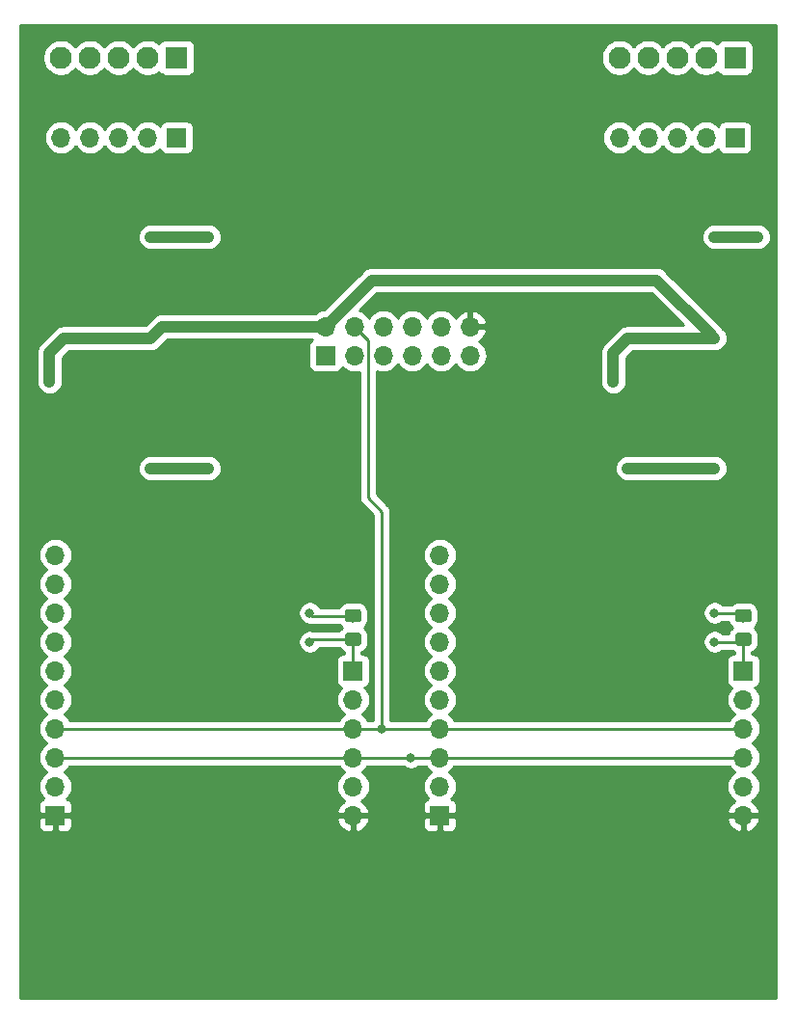
<source format=gbr>
G04 #@! TF.GenerationSoftware,KiCad,Pcbnew,(5.1.0)-1*
G04 #@! TF.CreationDate,2019-04-10T22:13:11-07:00*
G04 #@! TF.ProjectId,HS_2CH_RTD_Module,48535f32-4348-45f5-9254-445f4d6f6475,rev?*
G04 #@! TF.SameCoordinates,Original*
G04 #@! TF.FileFunction,Copper,L2,Bot*
G04 #@! TF.FilePolarity,Positive*
%FSLAX46Y46*%
G04 Gerber Fmt 4.6, Leading zero omitted, Abs format (unit mm)*
G04 Created by KiCad (PCBNEW (5.1.0)-1) date 2019-04-10 22:13:11*
%MOMM*%
%LPD*%
G04 APERTURE LIST*
%ADD10C,1.950000*%
%ADD11R,1.950000X1.950000*%
%ADD12R,1.700000X1.700000*%
%ADD13O,1.700000X1.700000*%
%ADD14C,0.100000*%
%ADD15C,1.150000*%
%ADD16C,0.800000*%
%ADD17C,1.000000*%
%ADD18C,0.250000*%
%ADD19C,0.254000*%
G04 APERTURE END LIST*
D10*
X173722000Y-69340000D03*
X176262000Y-69340000D03*
X178802000Y-69340000D03*
X181342000Y-69340000D03*
D11*
X183882000Y-69340000D03*
X232932000Y-69340000D03*
D10*
X230392000Y-69340000D03*
X227852000Y-69340000D03*
X225312000Y-69340000D03*
X222772000Y-69340000D03*
D12*
X196977000Y-95504000D03*
D13*
X196977000Y-92964000D03*
X199517000Y-95504000D03*
X199517000Y-92964000D03*
X202057000Y-95504000D03*
X202057000Y-92964000D03*
X204597000Y-95504000D03*
X204597000Y-92964000D03*
X207137000Y-95504000D03*
X207137000Y-92964000D03*
X209677000Y-95504000D03*
X209677000Y-92964000D03*
D12*
X199390000Y-123190000D03*
D13*
X199390000Y-125730000D03*
X199390000Y-128270000D03*
X199390000Y-130810000D03*
X199390000Y-133350000D03*
X199390000Y-135890000D03*
D12*
X173228000Y-135890000D03*
D13*
X173228000Y-133350000D03*
X173228000Y-130810000D03*
X173228000Y-128270000D03*
X173228000Y-125730000D03*
X173228000Y-123190000D03*
X173228000Y-120650000D03*
X173228000Y-118110000D03*
X173228000Y-115570000D03*
X173228000Y-113030000D03*
D14*
G36*
X199864505Y-117781204D02*
G01*
X199888773Y-117784804D01*
X199912572Y-117790765D01*
X199935671Y-117799030D01*
X199957850Y-117809520D01*
X199978893Y-117822132D01*
X199998599Y-117836747D01*
X200016777Y-117853223D01*
X200033253Y-117871401D01*
X200047868Y-117891107D01*
X200060480Y-117912150D01*
X200070970Y-117934329D01*
X200079235Y-117957428D01*
X200085196Y-117981227D01*
X200088796Y-118005495D01*
X200090000Y-118029999D01*
X200090000Y-118680001D01*
X200088796Y-118704505D01*
X200085196Y-118728773D01*
X200079235Y-118752572D01*
X200070970Y-118775671D01*
X200060480Y-118797850D01*
X200047868Y-118818893D01*
X200033253Y-118838599D01*
X200016777Y-118856777D01*
X199998599Y-118873253D01*
X199978893Y-118887868D01*
X199957850Y-118900480D01*
X199935671Y-118910970D01*
X199912572Y-118919235D01*
X199888773Y-118925196D01*
X199864505Y-118928796D01*
X199840001Y-118930000D01*
X198939999Y-118930000D01*
X198915495Y-118928796D01*
X198891227Y-118925196D01*
X198867428Y-118919235D01*
X198844329Y-118910970D01*
X198822150Y-118900480D01*
X198801107Y-118887868D01*
X198781401Y-118873253D01*
X198763223Y-118856777D01*
X198746747Y-118838599D01*
X198732132Y-118818893D01*
X198719520Y-118797850D01*
X198709030Y-118775671D01*
X198700765Y-118752572D01*
X198694804Y-118728773D01*
X198691204Y-118704505D01*
X198690000Y-118680001D01*
X198690000Y-118029999D01*
X198691204Y-118005495D01*
X198694804Y-117981227D01*
X198700765Y-117957428D01*
X198709030Y-117934329D01*
X198719520Y-117912150D01*
X198732132Y-117891107D01*
X198746747Y-117871401D01*
X198763223Y-117853223D01*
X198781401Y-117836747D01*
X198801107Y-117822132D01*
X198822150Y-117809520D01*
X198844329Y-117799030D01*
X198867428Y-117790765D01*
X198891227Y-117784804D01*
X198915495Y-117781204D01*
X198939999Y-117780000D01*
X199840001Y-117780000D01*
X199864505Y-117781204D01*
X199864505Y-117781204D01*
G37*
D15*
X199390000Y-118355000D03*
D14*
G36*
X199864505Y-119831204D02*
G01*
X199888773Y-119834804D01*
X199912572Y-119840765D01*
X199935671Y-119849030D01*
X199957850Y-119859520D01*
X199978893Y-119872132D01*
X199998599Y-119886747D01*
X200016777Y-119903223D01*
X200033253Y-119921401D01*
X200047868Y-119941107D01*
X200060480Y-119962150D01*
X200070970Y-119984329D01*
X200079235Y-120007428D01*
X200085196Y-120031227D01*
X200088796Y-120055495D01*
X200090000Y-120079999D01*
X200090000Y-120730001D01*
X200088796Y-120754505D01*
X200085196Y-120778773D01*
X200079235Y-120802572D01*
X200070970Y-120825671D01*
X200060480Y-120847850D01*
X200047868Y-120868893D01*
X200033253Y-120888599D01*
X200016777Y-120906777D01*
X199998599Y-120923253D01*
X199978893Y-120937868D01*
X199957850Y-120950480D01*
X199935671Y-120960970D01*
X199912572Y-120969235D01*
X199888773Y-120975196D01*
X199864505Y-120978796D01*
X199840001Y-120980000D01*
X198939999Y-120980000D01*
X198915495Y-120978796D01*
X198891227Y-120975196D01*
X198867428Y-120969235D01*
X198844329Y-120960970D01*
X198822150Y-120950480D01*
X198801107Y-120937868D01*
X198781401Y-120923253D01*
X198763223Y-120906777D01*
X198746747Y-120888599D01*
X198732132Y-120868893D01*
X198719520Y-120847850D01*
X198709030Y-120825671D01*
X198700765Y-120802572D01*
X198694804Y-120778773D01*
X198691204Y-120754505D01*
X198690000Y-120730001D01*
X198690000Y-120079999D01*
X198691204Y-120055495D01*
X198694804Y-120031227D01*
X198700765Y-120007428D01*
X198709030Y-119984329D01*
X198719520Y-119962150D01*
X198732132Y-119941107D01*
X198746747Y-119921401D01*
X198763223Y-119903223D01*
X198781401Y-119886747D01*
X198801107Y-119872132D01*
X198822150Y-119859520D01*
X198844329Y-119849030D01*
X198867428Y-119840765D01*
X198891227Y-119834804D01*
X198915495Y-119831204D01*
X198939999Y-119830000D01*
X199840001Y-119830000D01*
X199864505Y-119831204D01*
X199864505Y-119831204D01*
G37*
D15*
X199390000Y-120405000D03*
D13*
X173722000Y-76370000D03*
X176262000Y-76370000D03*
X178802000Y-76370000D03*
X181342000Y-76370000D03*
D12*
X183882000Y-76370000D03*
X232932000Y-76370000D03*
D13*
X230392000Y-76370000D03*
X227852000Y-76370000D03*
X225312000Y-76370000D03*
X222772000Y-76370000D03*
D12*
X233680000Y-123190000D03*
D13*
X233680000Y-125730000D03*
X233680000Y-128270000D03*
X233680000Y-130810000D03*
X233680000Y-133350000D03*
X233680000Y-135890000D03*
D12*
X207010000Y-135890000D03*
D13*
X207010000Y-133350000D03*
X207010000Y-130810000D03*
X207010000Y-128270000D03*
X207010000Y-125730000D03*
X207010000Y-123190000D03*
X207010000Y-120650000D03*
X207010000Y-118110000D03*
X207010000Y-115570000D03*
X207010000Y-113030000D03*
D14*
G36*
X234154505Y-117781204D02*
G01*
X234178773Y-117784804D01*
X234202572Y-117790765D01*
X234225671Y-117799030D01*
X234247850Y-117809520D01*
X234268893Y-117822132D01*
X234288599Y-117836747D01*
X234306777Y-117853223D01*
X234323253Y-117871401D01*
X234337868Y-117891107D01*
X234350480Y-117912150D01*
X234360970Y-117934329D01*
X234369235Y-117957428D01*
X234375196Y-117981227D01*
X234378796Y-118005495D01*
X234380000Y-118029999D01*
X234380000Y-118680001D01*
X234378796Y-118704505D01*
X234375196Y-118728773D01*
X234369235Y-118752572D01*
X234360970Y-118775671D01*
X234350480Y-118797850D01*
X234337868Y-118818893D01*
X234323253Y-118838599D01*
X234306777Y-118856777D01*
X234288599Y-118873253D01*
X234268893Y-118887868D01*
X234247850Y-118900480D01*
X234225671Y-118910970D01*
X234202572Y-118919235D01*
X234178773Y-118925196D01*
X234154505Y-118928796D01*
X234130001Y-118930000D01*
X233229999Y-118930000D01*
X233205495Y-118928796D01*
X233181227Y-118925196D01*
X233157428Y-118919235D01*
X233134329Y-118910970D01*
X233112150Y-118900480D01*
X233091107Y-118887868D01*
X233071401Y-118873253D01*
X233053223Y-118856777D01*
X233036747Y-118838599D01*
X233022132Y-118818893D01*
X233009520Y-118797850D01*
X232999030Y-118775671D01*
X232990765Y-118752572D01*
X232984804Y-118728773D01*
X232981204Y-118704505D01*
X232980000Y-118680001D01*
X232980000Y-118029999D01*
X232981204Y-118005495D01*
X232984804Y-117981227D01*
X232990765Y-117957428D01*
X232999030Y-117934329D01*
X233009520Y-117912150D01*
X233022132Y-117891107D01*
X233036747Y-117871401D01*
X233053223Y-117853223D01*
X233071401Y-117836747D01*
X233091107Y-117822132D01*
X233112150Y-117809520D01*
X233134329Y-117799030D01*
X233157428Y-117790765D01*
X233181227Y-117784804D01*
X233205495Y-117781204D01*
X233229999Y-117780000D01*
X234130001Y-117780000D01*
X234154505Y-117781204D01*
X234154505Y-117781204D01*
G37*
D15*
X233680000Y-118355000D03*
D14*
G36*
X234154505Y-119831204D02*
G01*
X234178773Y-119834804D01*
X234202572Y-119840765D01*
X234225671Y-119849030D01*
X234247850Y-119859520D01*
X234268893Y-119872132D01*
X234288599Y-119886747D01*
X234306777Y-119903223D01*
X234323253Y-119921401D01*
X234337868Y-119941107D01*
X234350480Y-119962150D01*
X234360970Y-119984329D01*
X234369235Y-120007428D01*
X234375196Y-120031227D01*
X234378796Y-120055495D01*
X234380000Y-120079999D01*
X234380000Y-120730001D01*
X234378796Y-120754505D01*
X234375196Y-120778773D01*
X234369235Y-120802572D01*
X234360970Y-120825671D01*
X234350480Y-120847850D01*
X234337868Y-120868893D01*
X234323253Y-120888599D01*
X234306777Y-120906777D01*
X234288599Y-120923253D01*
X234268893Y-120937868D01*
X234247850Y-120950480D01*
X234225671Y-120960970D01*
X234202572Y-120969235D01*
X234178773Y-120975196D01*
X234154505Y-120978796D01*
X234130001Y-120980000D01*
X233229999Y-120980000D01*
X233205495Y-120978796D01*
X233181227Y-120975196D01*
X233157428Y-120969235D01*
X233134329Y-120960970D01*
X233112150Y-120950480D01*
X233091107Y-120937868D01*
X233071401Y-120923253D01*
X233053223Y-120906777D01*
X233036747Y-120888599D01*
X233022132Y-120868893D01*
X233009520Y-120847850D01*
X232999030Y-120825671D01*
X232990765Y-120802572D01*
X232984804Y-120778773D01*
X232981204Y-120754505D01*
X232980000Y-120730001D01*
X232980000Y-120079999D01*
X232981204Y-120055495D01*
X232984804Y-120031227D01*
X232990765Y-120007428D01*
X232999030Y-119984329D01*
X233009520Y-119962150D01*
X233022132Y-119941107D01*
X233036747Y-119921401D01*
X233053223Y-119903223D01*
X233071401Y-119886747D01*
X233091107Y-119872132D01*
X233112150Y-119859520D01*
X233134329Y-119849030D01*
X233157428Y-119840765D01*
X233181227Y-119834804D01*
X233205495Y-119831204D01*
X233229999Y-119830000D01*
X234130001Y-119830000D01*
X234154505Y-119831204D01*
X234154505Y-119831204D01*
G37*
D15*
X233680000Y-120405000D03*
D16*
X231140000Y-85090000D03*
X181610000Y-105410000D03*
X181610000Y-85090000D03*
X223520000Y-105410000D03*
X231140000Y-105410000D03*
X186690000Y-105410000D03*
X234950000Y-85090000D03*
X186690000Y-85090000D03*
X214630000Y-124460000D03*
X201930000Y-128270000D03*
X204470000Y-130810000D03*
X231140000Y-93980000D03*
X222250000Y-97790000D03*
X181610000Y-93980000D03*
X172720000Y-97790000D03*
X195580000Y-120650000D03*
X195580000Y-118110000D03*
X231140000Y-118110000D03*
X231140000Y-120650000D03*
D17*
X223520000Y-105410000D02*
X231140000Y-105410000D01*
X181610000Y-105410000D02*
X186690000Y-105410000D01*
X231140000Y-85090000D02*
X234950000Y-85090000D01*
X181610000Y-85090000D02*
X186690000Y-85090000D01*
D18*
X199390000Y-128270000D02*
X203525011Y-128270000D01*
X207010000Y-128270000D02*
X203525011Y-128270000D01*
X200692001Y-94139001D02*
X200692001Y-107982001D01*
X199517000Y-92964000D02*
X200692001Y-94139001D01*
X201930000Y-109220000D02*
X201930000Y-128270000D01*
X200692001Y-107982001D02*
X201930000Y-109220000D01*
X208212081Y-128270000D02*
X233680000Y-128270000D01*
X207010000Y-128270000D02*
X208212081Y-128270000D01*
X173228000Y-128270000D02*
X199390000Y-128270000D01*
X199390000Y-130810000D02*
X204470000Y-130810000D01*
X207010000Y-130810000D02*
X204470000Y-130810000D01*
X208212081Y-130810000D02*
X233680000Y-130810000D01*
X207010000Y-130810000D02*
X208212081Y-130810000D01*
X173228000Y-130810000D02*
X199390000Y-130810000D01*
D17*
X182626000Y-92964000D02*
X181610000Y-93980000D01*
X196977000Y-92964000D02*
X182626000Y-92964000D01*
X172720000Y-95250000D02*
X172720000Y-97790000D01*
X181610000Y-93980000D02*
X173990000Y-93980000D01*
X173990000Y-93980000D02*
X172720000Y-95250000D01*
X222250000Y-97790000D02*
X222250000Y-95250000D01*
X223520000Y-93980000D02*
X231140000Y-93980000D01*
X222250000Y-95250000D02*
X223520000Y-93980000D01*
X230740001Y-93580001D02*
X231140000Y-93980000D01*
X226060000Y-88900000D02*
X230740001Y-93580001D01*
X196977000Y-92964000D02*
X201041000Y-88900000D01*
X201041000Y-88900000D02*
X226060000Y-88900000D01*
D18*
X195825000Y-120405000D02*
X195580000Y-120650000D01*
X199390000Y-120405000D02*
X195825000Y-120405000D01*
X199390000Y-120405000D02*
X199390000Y-123190000D01*
X195825000Y-118355000D02*
X195580000Y-118110000D01*
X199390000Y-118355000D02*
X195825000Y-118355000D01*
X233435000Y-118110000D02*
X233680000Y-118355000D01*
X231140000Y-118110000D02*
X233435000Y-118110000D01*
X233435000Y-120650000D02*
X233680000Y-120405000D01*
X231140000Y-120650000D02*
X233435000Y-120650000D01*
X233680000Y-120405000D02*
X233680000Y-123190000D01*
D19*
G36*
X236491468Y-151934495D02*
G01*
X170161465Y-151934495D01*
X170161465Y-136740000D01*
X171739928Y-136740000D01*
X171752188Y-136864482D01*
X171788498Y-136984180D01*
X171847463Y-137094494D01*
X171926815Y-137191185D01*
X172023506Y-137270537D01*
X172133820Y-137329502D01*
X172253518Y-137365812D01*
X172378000Y-137378072D01*
X172942250Y-137375000D01*
X173101000Y-137216250D01*
X173101000Y-136017000D01*
X173355000Y-136017000D01*
X173355000Y-137216250D01*
X173513750Y-137375000D01*
X174078000Y-137378072D01*
X174202482Y-137365812D01*
X174322180Y-137329502D01*
X174432494Y-137270537D01*
X174529185Y-137191185D01*
X174608537Y-137094494D01*
X174667502Y-136984180D01*
X174703812Y-136864482D01*
X174716072Y-136740000D01*
X174713388Y-136246890D01*
X197948524Y-136246890D01*
X197993175Y-136394099D01*
X198118359Y-136656920D01*
X198292412Y-136890269D01*
X198508645Y-137085178D01*
X198758748Y-137234157D01*
X199033109Y-137331481D01*
X199263000Y-137210814D01*
X199263000Y-136017000D01*
X199517000Y-136017000D01*
X199517000Y-137210814D01*
X199746891Y-137331481D01*
X200021252Y-137234157D01*
X200271355Y-137085178D01*
X200487588Y-136890269D01*
X200599672Y-136740000D01*
X205521928Y-136740000D01*
X205534188Y-136864482D01*
X205570498Y-136984180D01*
X205629463Y-137094494D01*
X205708815Y-137191185D01*
X205805506Y-137270537D01*
X205915820Y-137329502D01*
X206035518Y-137365812D01*
X206160000Y-137378072D01*
X206724250Y-137375000D01*
X206883000Y-137216250D01*
X206883000Y-136017000D01*
X207137000Y-136017000D01*
X207137000Y-137216250D01*
X207295750Y-137375000D01*
X207860000Y-137378072D01*
X207984482Y-137365812D01*
X208104180Y-137329502D01*
X208214494Y-137270537D01*
X208311185Y-137191185D01*
X208390537Y-137094494D01*
X208449502Y-136984180D01*
X208485812Y-136864482D01*
X208498072Y-136740000D01*
X208495388Y-136246890D01*
X232238524Y-136246890D01*
X232283175Y-136394099D01*
X232408359Y-136656920D01*
X232582412Y-136890269D01*
X232798645Y-137085178D01*
X233048748Y-137234157D01*
X233323109Y-137331481D01*
X233553000Y-137210814D01*
X233553000Y-136017000D01*
X233807000Y-136017000D01*
X233807000Y-137210814D01*
X234036891Y-137331481D01*
X234311252Y-137234157D01*
X234561355Y-137085178D01*
X234777588Y-136890269D01*
X234951641Y-136656920D01*
X235076825Y-136394099D01*
X235121476Y-136246890D01*
X235000155Y-136017000D01*
X233807000Y-136017000D01*
X233553000Y-136017000D01*
X232359845Y-136017000D01*
X232238524Y-136246890D01*
X208495388Y-136246890D01*
X208495000Y-136175750D01*
X208336250Y-136017000D01*
X207137000Y-136017000D01*
X206883000Y-136017000D01*
X205683750Y-136017000D01*
X205525000Y-136175750D01*
X205521928Y-136740000D01*
X200599672Y-136740000D01*
X200661641Y-136656920D01*
X200786825Y-136394099D01*
X200831476Y-136246890D01*
X200710155Y-136017000D01*
X199517000Y-136017000D01*
X199263000Y-136017000D01*
X198069845Y-136017000D01*
X197948524Y-136246890D01*
X174713388Y-136246890D01*
X174713000Y-136175750D01*
X174554250Y-136017000D01*
X173355000Y-136017000D01*
X173101000Y-136017000D01*
X171901750Y-136017000D01*
X171743000Y-136175750D01*
X171739928Y-136740000D01*
X170161465Y-136740000D01*
X170161465Y-105410000D01*
X180469509Y-105410000D01*
X180491423Y-105632499D01*
X180556324Y-105846447D01*
X180661716Y-106043623D01*
X180803551Y-106216449D01*
X180976377Y-106358284D01*
X181173553Y-106463676D01*
X181387501Y-106528577D01*
X181554248Y-106545000D01*
X186745752Y-106545000D01*
X186912499Y-106528577D01*
X187126447Y-106463676D01*
X187323623Y-106358284D01*
X187496449Y-106216449D01*
X187638284Y-106043623D01*
X187743676Y-105846447D01*
X187808577Y-105632499D01*
X187830491Y-105410000D01*
X187808577Y-105187501D01*
X187743676Y-104973553D01*
X187638284Y-104776377D01*
X187496449Y-104603551D01*
X187323623Y-104461716D01*
X187126447Y-104356324D01*
X186912499Y-104291423D01*
X186745752Y-104275000D01*
X181554248Y-104275000D01*
X181387501Y-104291423D01*
X181173553Y-104356324D01*
X180976377Y-104461716D01*
X180803551Y-104603551D01*
X180661716Y-104776377D01*
X180556324Y-104973553D01*
X180491423Y-105187501D01*
X180469509Y-105410000D01*
X170161465Y-105410000D01*
X170161465Y-95250000D01*
X171579509Y-95250000D01*
X171585000Y-95305752D01*
X171585001Y-97845752D01*
X171601424Y-98012499D01*
X171666325Y-98226447D01*
X171771717Y-98423623D01*
X171913552Y-98596449D01*
X172086378Y-98738284D01*
X172283554Y-98843676D01*
X172497502Y-98908577D01*
X172720000Y-98930491D01*
X172942499Y-98908577D01*
X173156447Y-98843676D01*
X173353623Y-98738284D01*
X173526449Y-98596449D01*
X173668284Y-98423623D01*
X173773676Y-98226447D01*
X173838577Y-98012499D01*
X173855000Y-97845752D01*
X173855000Y-95720131D01*
X174460132Y-95115000D01*
X181554249Y-95115000D01*
X181610000Y-95120491D01*
X181665751Y-95115000D01*
X181665752Y-95115000D01*
X181832499Y-95098577D01*
X182046447Y-95033676D01*
X182243623Y-94928284D01*
X182416449Y-94786449D01*
X182451996Y-94743136D01*
X183096132Y-94099000D01*
X195818272Y-94099000D01*
X195772506Y-94123463D01*
X195675815Y-94202815D01*
X195596463Y-94299506D01*
X195537498Y-94409820D01*
X195501188Y-94529518D01*
X195488928Y-94654000D01*
X195488928Y-96354000D01*
X195501188Y-96478482D01*
X195537498Y-96598180D01*
X195596463Y-96708494D01*
X195675815Y-96805185D01*
X195772506Y-96884537D01*
X195882820Y-96943502D01*
X196002518Y-96979812D01*
X196127000Y-96992072D01*
X197827000Y-96992072D01*
X197951482Y-96979812D01*
X198071180Y-96943502D01*
X198181494Y-96884537D01*
X198278185Y-96805185D01*
X198357537Y-96708494D01*
X198416502Y-96598180D01*
X198437393Y-96529313D01*
X198461866Y-96559134D01*
X198687986Y-96744706D01*
X198945966Y-96882599D01*
X199225889Y-96967513D01*
X199444050Y-96989000D01*
X199589950Y-96989000D01*
X199808111Y-96967513D01*
X199932001Y-96929931D01*
X199932002Y-107944669D01*
X199928325Y-107982001D01*
X199942999Y-108130986D01*
X199986455Y-108274247D01*
X200057027Y-108406277D01*
X200110142Y-108470997D01*
X200152001Y-108522002D01*
X200180999Y-108545800D01*
X201170000Y-109534802D01*
X201170001Y-127510000D01*
X200667595Y-127510000D01*
X200630706Y-127440986D01*
X200445134Y-127214866D01*
X200219014Y-127029294D01*
X200164209Y-127000000D01*
X200219014Y-126970706D01*
X200445134Y-126785134D01*
X200630706Y-126559014D01*
X200768599Y-126301034D01*
X200853513Y-126021111D01*
X200882185Y-125730000D01*
X200853513Y-125438889D01*
X200768599Y-125158966D01*
X200630706Y-124900986D01*
X200445134Y-124674866D01*
X200415313Y-124650393D01*
X200484180Y-124629502D01*
X200594494Y-124570537D01*
X200691185Y-124491185D01*
X200770537Y-124394494D01*
X200829502Y-124284180D01*
X200865812Y-124164482D01*
X200878072Y-124040000D01*
X200878072Y-122340000D01*
X200865812Y-122215518D01*
X200829502Y-122095820D01*
X200770537Y-121985506D01*
X200691185Y-121888815D01*
X200594494Y-121809463D01*
X200484180Y-121750498D01*
X200364482Y-121714188D01*
X200240000Y-121701928D01*
X200150000Y-121701928D01*
X200150000Y-121559527D01*
X200179851Y-121550472D01*
X200333387Y-121468405D01*
X200467962Y-121357962D01*
X200578405Y-121223387D01*
X200660472Y-121069851D01*
X200711008Y-120903255D01*
X200728072Y-120730001D01*
X200728072Y-120079999D01*
X200711008Y-119906745D01*
X200660472Y-119740149D01*
X200578405Y-119586613D01*
X200467962Y-119452038D01*
X200380184Y-119380000D01*
X200467962Y-119307962D01*
X200578405Y-119173387D01*
X200660472Y-119019851D01*
X200711008Y-118853255D01*
X200728072Y-118680001D01*
X200728072Y-118029999D01*
X200711008Y-117856745D01*
X200660472Y-117690149D01*
X200578405Y-117536613D01*
X200467962Y-117402038D01*
X200333387Y-117291595D01*
X200179851Y-117209528D01*
X200013255Y-117158992D01*
X199840001Y-117141928D01*
X198939999Y-117141928D01*
X198766745Y-117158992D01*
X198600149Y-117209528D01*
X198446613Y-117291595D01*
X198312038Y-117402038D01*
X198201595Y-117536613D01*
X198170386Y-117595000D01*
X196480672Y-117595000D01*
X196383937Y-117450226D01*
X196239774Y-117306063D01*
X196070256Y-117192795D01*
X195881898Y-117114774D01*
X195681939Y-117075000D01*
X195478061Y-117075000D01*
X195278102Y-117114774D01*
X195089744Y-117192795D01*
X194920226Y-117306063D01*
X194776063Y-117450226D01*
X194662795Y-117619744D01*
X194584774Y-117808102D01*
X194545000Y-118008061D01*
X194545000Y-118211939D01*
X194584774Y-118411898D01*
X194662795Y-118600256D01*
X194776063Y-118769774D01*
X194920226Y-118913937D01*
X195089744Y-119027205D01*
X195278102Y-119105226D01*
X195478061Y-119145000D01*
X195681939Y-119145000D01*
X195817830Y-119117970D01*
X195824999Y-119118676D01*
X195862322Y-119115000D01*
X198170386Y-119115000D01*
X198201595Y-119173387D01*
X198312038Y-119307962D01*
X198399816Y-119380000D01*
X198312038Y-119452038D01*
X198201595Y-119586613D01*
X198170386Y-119645000D01*
X195862322Y-119645000D01*
X195824999Y-119641324D01*
X195817830Y-119642030D01*
X195681939Y-119615000D01*
X195478061Y-119615000D01*
X195278102Y-119654774D01*
X195089744Y-119732795D01*
X194920226Y-119846063D01*
X194776063Y-119990226D01*
X194662795Y-120159744D01*
X194584774Y-120348102D01*
X194545000Y-120548061D01*
X194545000Y-120751939D01*
X194584774Y-120951898D01*
X194662795Y-121140256D01*
X194776063Y-121309774D01*
X194920226Y-121453937D01*
X195089744Y-121567205D01*
X195278102Y-121645226D01*
X195478061Y-121685000D01*
X195681939Y-121685000D01*
X195881898Y-121645226D01*
X196070256Y-121567205D01*
X196239774Y-121453937D01*
X196383937Y-121309774D01*
X196480672Y-121165000D01*
X198170386Y-121165000D01*
X198201595Y-121223387D01*
X198312038Y-121357962D01*
X198446613Y-121468405D01*
X198600149Y-121550472D01*
X198630000Y-121559527D01*
X198630000Y-121701928D01*
X198540000Y-121701928D01*
X198415518Y-121714188D01*
X198295820Y-121750498D01*
X198185506Y-121809463D01*
X198088815Y-121888815D01*
X198009463Y-121985506D01*
X197950498Y-122095820D01*
X197914188Y-122215518D01*
X197901928Y-122340000D01*
X197901928Y-124040000D01*
X197914188Y-124164482D01*
X197950498Y-124284180D01*
X198009463Y-124394494D01*
X198088815Y-124491185D01*
X198185506Y-124570537D01*
X198295820Y-124629502D01*
X198364687Y-124650393D01*
X198334866Y-124674866D01*
X198149294Y-124900986D01*
X198011401Y-125158966D01*
X197926487Y-125438889D01*
X197897815Y-125730000D01*
X197926487Y-126021111D01*
X198011401Y-126301034D01*
X198149294Y-126559014D01*
X198334866Y-126785134D01*
X198560986Y-126970706D01*
X198615791Y-127000000D01*
X198560986Y-127029294D01*
X198334866Y-127214866D01*
X198149294Y-127440986D01*
X198112405Y-127510000D01*
X174505595Y-127510000D01*
X174468706Y-127440986D01*
X174283134Y-127214866D01*
X174057014Y-127029294D01*
X174002209Y-127000000D01*
X174057014Y-126970706D01*
X174283134Y-126785134D01*
X174468706Y-126559014D01*
X174606599Y-126301034D01*
X174691513Y-126021111D01*
X174720185Y-125730000D01*
X174691513Y-125438889D01*
X174606599Y-125158966D01*
X174468706Y-124900986D01*
X174283134Y-124674866D01*
X174057014Y-124489294D01*
X174002209Y-124460000D01*
X174057014Y-124430706D01*
X174283134Y-124245134D01*
X174468706Y-124019014D01*
X174606599Y-123761034D01*
X174691513Y-123481111D01*
X174720185Y-123190000D01*
X174691513Y-122898889D01*
X174606599Y-122618966D01*
X174468706Y-122360986D01*
X174283134Y-122134866D01*
X174057014Y-121949294D01*
X174002209Y-121920000D01*
X174057014Y-121890706D01*
X174283134Y-121705134D01*
X174468706Y-121479014D01*
X174606599Y-121221034D01*
X174691513Y-120941111D01*
X174720185Y-120650000D01*
X174691513Y-120358889D01*
X174606599Y-120078966D01*
X174468706Y-119820986D01*
X174283134Y-119594866D01*
X174057014Y-119409294D01*
X174002209Y-119380000D01*
X174057014Y-119350706D01*
X174283134Y-119165134D01*
X174468706Y-118939014D01*
X174606599Y-118681034D01*
X174691513Y-118401111D01*
X174720185Y-118110000D01*
X174691513Y-117818889D01*
X174606599Y-117538966D01*
X174468706Y-117280986D01*
X174283134Y-117054866D01*
X174057014Y-116869294D01*
X174002209Y-116840000D01*
X174057014Y-116810706D01*
X174283134Y-116625134D01*
X174468706Y-116399014D01*
X174606599Y-116141034D01*
X174691513Y-115861111D01*
X174720185Y-115570000D01*
X174691513Y-115278889D01*
X174606599Y-114998966D01*
X174468706Y-114740986D01*
X174283134Y-114514866D01*
X174057014Y-114329294D01*
X174002209Y-114300000D01*
X174057014Y-114270706D01*
X174283134Y-114085134D01*
X174468706Y-113859014D01*
X174606599Y-113601034D01*
X174691513Y-113321111D01*
X174720185Y-113030000D01*
X174691513Y-112738889D01*
X174606599Y-112458966D01*
X174468706Y-112200986D01*
X174283134Y-111974866D01*
X174057014Y-111789294D01*
X173799034Y-111651401D01*
X173519111Y-111566487D01*
X173300950Y-111545000D01*
X173155050Y-111545000D01*
X172936889Y-111566487D01*
X172656966Y-111651401D01*
X172398986Y-111789294D01*
X172172866Y-111974866D01*
X171987294Y-112200986D01*
X171849401Y-112458966D01*
X171764487Y-112738889D01*
X171735815Y-113030000D01*
X171764487Y-113321111D01*
X171849401Y-113601034D01*
X171987294Y-113859014D01*
X172172866Y-114085134D01*
X172398986Y-114270706D01*
X172453791Y-114300000D01*
X172398986Y-114329294D01*
X172172866Y-114514866D01*
X171987294Y-114740986D01*
X171849401Y-114998966D01*
X171764487Y-115278889D01*
X171735815Y-115570000D01*
X171764487Y-115861111D01*
X171849401Y-116141034D01*
X171987294Y-116399014D01*
X172172866Y-116625134D01*
X172398986Y-116810706D01*
X172453791Y-116840000D01*
X172398986Y-116869294D01*
X172172866Y-117054866D01*
X171987294Y-117280986D01*
X171849401Y-117538966D01*
X171764487Y-117818889D01*
X171735815Y-118110000D01*
X171764487Y-118401111D01*
X171849401Y-118681034D01*
X171987294Y-118939014D01*
X172172866Y-119165134D01*
X172398986Y-119350706D01*
X172453791Y-119380000D01*
X172398986Y-119409294D01*
X172172866Y-119594866D01*
X171987294Y-119820986D01*
X171849401Y-120078966D01*
X171764487Y-120358889D01*
X171735815Y-120650000D01*
X171764487Y-120941111D01*
X171849401Y-121221034D01*
X171987294Y-121479014D01*
X172172866Y-121705134D01*
X172398986Y-121890706D01*
X172453791Y-121920000D01*
X172398986Y-121949294D01*
X172172866Y-122134866D01*
X171987294Y-122360986D01*
X171849401Y-122618966D01*
X171764487Y-122898889D01*
X171735815Y-123190000D01*
X171764487Y-123481111D01*
X171849401Y-123761034D01*
X171987294Y-124019014D01*
X172172866Y-124245134D01*
X172398986Y-124430706D01*
X172453791Y-124460000D01*
X172398986Y-124489294D01*
X172172866Y-124674866D01*
X171987294Y-124900986D01*
X171849401Y-125158966D01*
X171764487Y-125438889D01*
X171735815Y-125730000D01*
X171764487Y-126021111D01*
X171849401Y-126301034D01*
X171987294Y-126559014D01*
X172172866Y-126785134D01*
X172398986Y-126970706D01*
X172453791Y-127000000D01*
X172398986Y-127029294D01*
X172172866Y-127214866D01*
X171987294Y-127440986D01*
X171849401Y-127698966D01*
X171764487Y-127978889D01*
X171735815Y-128270000D01*
X171764487Y-128561111D01*
X171849401Y-128841034D01*
X171987294Y-129099014D01*
X172172866Y-129325134D01*
X172398986Y-129510706D01*
X172453791Y-129540000D01*
X172398986Y-129569294D01*
X172172866Y-129754866D01*
X171987294Y-129980986D01*
X171849401Y-130238966D01*
X171764487Y-130518889D01*
X171735815Y-130810000D01*
X171764487Y-131101111D01*
X171849401Y-131381034D01*
X171987294Y-131639014D01*
X172172866Y-131865134D01*
X172398986Y-132050706D01*
X172453791Y-132080000D01*
X172398986Y-132109294D01*
X172172866Y-132294866D01*
X171987294Y-132520986D01*
X171849401Y-132778966D01*
X171764487Y-133058889D01*
X171735815Y-133350000D01*
X171764487Y-133641111D01*
X171849401Y-133921034D01*
X171987294Y-134179014D01*
X172172866Y-134405134D01*
X172202687Y-134429607D01*
X172133820Y-134450498D01*
X172023506Y-134509463D01*
X171926815Y-134588815D01*
X171847463Y-134685506D01*
X171788498Y-134795820D01*
X171752188Y-134915518D01*
X171739928Y-135040000D01*
X171743000Y-135604250D01*
X171901750Y-135763000D01*
X173101000Y-135763000D01*
X173101000Y-135743000D01*
X173355000Y-135743000D01*
X173355000Y-135763000D01*
X174554250Y-135763000D01*
X174713000Y-135604250D01*
X174716072Y-135040000D01*
X174703812Y-134915518D01*
X174667502Y-134795820D01*
X174608537Y-134685506D01*
X174529185Y-134588815D01*
X174432494Y-134509463D01*
X174322180Y-134450498D01*
X174253313Y-134429607D01*
X174283134Y-134405134D01*
X174468706Y-134179014D01*
X174606599Y-133921034D01*
X174691513Y-133641111D01*
X174720185Y-133350000D01*
X174691513Y-133058889D01*
X174606599Y-132778966D01*
X174468706Y-132520986D01*
X174283134Y-132294866D01*
X174057014Y-132109294D01*
X174002209Y-132080000D01*
X174057014Y-132050706D01*
X174283134Y-131865134D01*
X174468706Y-131639014D01*
X174505595Y-131570000D01*
X198112405Y-131570000D01*
X198149294Y-131639014D01*
X198334866Y-131865134D01*
X198560986Y-132050706D01*
X198615791Y-132080000D01*
X198560986Y-132109294D01*
X198334866Y-132294866D01*
X198149294Y-132520986D01*
X198011401Y-132778966D01*
X197926487Y-133058889D01*
X197897815Y-133350000D01*
X197926487Y-133641111D01*
X198011401Y-133921034D01*
X198149294Y-134179014D01*
X198334866Y-134405134D01*
X198560986Y-134590706D01*
X198625523Y-134625201D01*
X198508645Y-134694822D01*
X198292412Y-134889731D01*
X198118359Y-135123080D01*
X197993175Y-135385901D01*
X197948524Y-135533110D01*
X198069845Y-135763000D01*
X199263000Y-135763000D01*
X199263000Y-135743000D01*
X199517000Y-135743000D01*
X199517000Y-135763000D01*
X200710155Y-135763000D01*
X200831476Y-135533110D01*
X200786825Y-135385901D01*
X200661641Y-135123080D01*
X200487588Y-134889731D01*
X200271355Y-134694822D01*
X200154477Y-134625201D01*
X200219014Y-134590706D01*
X200445134Y-134405134D01*
X200630706Y-134179014D01*
X200768599Y-133921034D01*
X200853513Y-133641111D01*
X200882185Y-133350000D01*
X200853513Y-133058889D01*
X200768599Y-132778966D01*
X200630706Y-132520986D01*
X200445134Y-132294866D01*
X200219014Y-132109294D01*
X200164209Y-132080000D01*
X200219014Y-132050706D01*
X200445134Y-131865134D01*
X200630706Y-131639014D01*
X200667595Y-131570000D01*
X203766289Y-131570000D01*
X203810226Y-131613937D01*
X203979744Y-131727205D01*
X204168102Y-131805226D01*
X204368061Y-131845000D01*
X204571939Y-131845000D01*
X204771898Y-131805226D01*
X204960256Y-131727205D01*
X205129774Y-131613937D01*
X205173711Y-131570000D01*
X205732405Y-131570000D01*
X205769294Y-131639014D01*
X205954866Y-131865134D01*
X206180986Y-132050706D01*
X206235791Y-132080000D01*
X206180986Y-132109294D01*
X205954866Y-132294866D01*
X205769294Y-132520986D01*
X205631401Y-132778966D01*
X205546487Y-133058889D01*
X205517815Y-133350000D01*
X205546487Y-133641111D01*
X205631401Y-133921034D01*
X205769294Y-134179014D01*
X205954866Y-134405134D01*
X205984687Y-134429607D01*
X205915820Y-134450498D01*
X205805506Y-134509463D01*
X205708815Y-134588815D01*
X205629463Y-134685506D01*
X205570498Y-134795820D01*
X205534188Y-134915518D01*
X205521928Y-135040000D01*
X205525000Y-135604250D01*
X205683750Y-135763000D01*
X206883000Y-135763000D01*
X206883000Y-135743000D01*
X207137000Y-135743000D01*
X207137000Y-135763000D01*
X208336250Y-135763000D01*
X208495000Y-135604250D01*
X208498072Y-135040000D01*
X208485812Y-134915518D01*
X208449502Y-134795820D01*
X208390537Y-134685506D01*
X208311185Y-134588815D01*
X208214494Y-134509463D01*
X208104180Y-134450498D01*
X208035313Y-134429607D01*
X208065134Y-134405134D01*
X208250706Y-134179014D01*
X208388599Y-133921034D01*
X208473513Y-133641111D01*
X208502185Y-133350000D01*
X208473513Y-133058889D01*
X208388599Y-132778966D01*
X208250706Y-132520986D01*
X208065134Y-132294866D01*
X207839014Y-132109294D01*
X207784209Y-132080000D01*
X207839014Y-132050706D01*
X208065134Y-131865134D01*
X208250706Y-131639014D01*
X208287595Y-131570000D01*
X232402405Y-131570000D01*
X232439294Y-131639014D01*
X232624866Y-131865134D01*
X232850986Y-132050706D01*
X232905791Y-132080000D01*
X232850986Y-132109294D01*
X232624866Y-132294866D01*
X232439294Y-132520986D01*
X232301401Y-132778966D01*
X232216487Y-133058889D01*
X232187815Y-133350000D01*
X232216487Y-133641111D01*
X232301401Y-133921034D01*
X232439294Y-134179014D01*
X232624866Y-134405134D01*
X232850986Y-134590706D01*
X232915523Y-134625201D01*
X232798645Y-134694822D01*
X232582412Y-134889731D01*
X232408359Y-135123080D01*
X232283175Y-135385901D01*
X232238524Y-135533110D01*
X232359845Y-135763000D01*
X233553000Y-135763000D01*
X233553000Y-135743000D01*
X233807000Y-135743000D01*
X233807000Y-135763000D01*
X235000155Y-135763000D01*
X235121476Y-135533110D01*
X235076825Y-135385901D01*
X234951641Y-135123080D01*
X234777588Y-134889731D01*
X234561355Y-134694822D01*
X234444477Y-134625201D01*
X234509014Y-134590706D01*
X234735134Y-134405134D01*
X234920706Y-134179014D01*
X235058599Y-133921034D01*
X235143513Y-133641111D01*
X235172185Y-133350000D01*
X235143513Y-133058889D01*
X235058599Y-132778966D01*
X234920706Y-132520986D01*
X234735134Y-132294866D01*
X234509014Y-132109294D01*
X234454209Y-132080000D01*
X234509014Y-132050706D01*
X234735134Y-131865134D01*
X234920706Y-131639014D01*
X235058599Y-131381034D01*
X235143513Y-131101111D01*
X235172185Y-130810000D01*
X235143513Y-130518889D01*
X235058599Y-130238966D01*
X234920706Y-129980986D01*
X234735134Y-129754866D01*
X234509014Y-129569294D01*
X234454209Y-129540000D01*
X234509014Y-129510706D01*
X234735134Y-129325134D01*
X234920706Y-129099014D01*
X235058599Y-128841034D01*
X235143513Y-128561111D01*
X235172185Y-128270000D01*
X235143513Y-127978889D01*
X235058599Y-127698966D01*
X234920706Y-127440986D01*
X234735134Y-127214866D01*
X234509014Y-127029294D01*
X234454209Y-127000000D01*
X234509014Y-126970706D01*
X234735134Y-126785134D01*
X234920706Y-126559014D01*
X235058599Y-126301034D01*
X235143513Y-126021111D01*
X235172185Y-125730000D01*
X235143513Y-125438889D01*
X235058599Y-125158966D01*
X234920706Y-124900986D01*
X234735134Y-124674866D01*
X234705313Y-124650393D01*
X234774180Y-124629502D01*
X234884494Y-124570537D01*
X234981185Y-124491185D01*
X235060537Y-124394494D01*
X235119502Y-124284180D01*
X235155812Y-124164482D01*
X235168072Y-124040000D01*
X235168072Y-122340000D01*
X235155812Y-122215518D01*
X235119502Y-122095820D01*
X235060537Y-121985506D01*
X234981185Y-121888815D01*
X234884494Y-121809463D01*
X234774180Y-121750498D01*
X234654482Y-121714188D01*
X234530000Y-121701928D01*
X234440000Y-121701928D01*
X234440000Y-121559527D01*
X234469851Y-121550472D01*
X234623387Y-121468405D01*
X234757962Y-121357962D01*
X234868405Y-121223387D01*
X234950472Y-121069851D01*
X235001008Y-120903255D01*
X235018072Y-120730001D01*
X235018072Y-120079999D01*
X235001008Y-119906745D01*
X234950472Y-119740149D01*
X234868405Y-119586613D01*
X234757962Y-119452038D01*
X234670184Y-119380000D01*
X234757962Y-119307962D01*
X234868405Y-119173387D01*
X234950472Y-119019851D01*
X235001008Y-118853255D01*
X235018072Y-118680001D01*
X235018072Y-118029999D01*
X235001008Y-117856745D01*
X234950472Y-117690149D01*
X234868405Y-117536613D01*
X234757962Y-117402038D01*
X234623387Y-117291595D01*
X234469851Y-117209528D01*
X234303255Y-117158992D01*
X234130001Y-117141928D01*
X233229999Y-117141928D01*
X233056745Y-117158992D01*
X232890149Y-117209528D01*
X232736613Y-117291595D01*
X232665446Y-117350000D01*
X231843711Y-117350000D01*
X231799774Y-117306063D01*
X231630256Y-117192795D01*
X231441898Y-117114774D01*
X231241939Y-117075000D01*
X231038061Y-117075000D01*
X230838102Y-117114774D01*
X230649744Y-117192795D01*
X230480226Y-117306063D01*
X230336063Y-117450226D01*
X230222795Y-117619744D01*
X230144774Y-117808102D01*
X230105000Y-118008061D01*
X230105000Y-118211939D01*
X230144774Y-118411898D01*
X230222795Y-118600256D01*
X230336063Y-118769774D01*
X230480226Y-118913937D01*
X230649744Y-119027205D01*
X230838102Y-119105226D01*
X231038061Y-119145000D01*
X231241939Y-119145000D01*
X231441898Y-119105226D01*
X231630256Y-119027205D01*
X231799774Y-118913937D01*
X231843711Y-118870000D01*
X232364072Y-118870000D01*
X232409528Y-119019851D01*
X232491595Y-119173387D01*
X232602038Y-119307962D01*
X232689816Y-119380000D01*
X232602038Y-119452038D01*
X232491595Y-119586613D01*
X232409528Y-119740149D01*
X232364072Y-119890000D01*
X231843711Y-119890000D01*
X231799774Y-119846063D01*
X231630256Y-119732795D01*
X231441898Y-119654774D01*
X231241939Y-119615000D01*
X231038061Y-119615000D01*
X230838102Y-119654774D01*
X230649744Y-119732795D01*
X230480226Y-119846063D01*
X230336063Y-119990226D01*
X230222795Y-120159744D01*
X230144774Y-120348102D01*
X230105000Y-120548061D01*
X230105000Y-120751939D01*
X230144774Y-120951898D01*
X230222795Y-121140256D01*
X230336063Y-121309774D01*
X230480226Y-121453937D01*
X230649744Y-121567205D01*
X230838102Y-121645226D01*
X231038061Y-121685000D01*
X231241939Y-121685000D01*
X231441898Y-121645226D01*
X231630256Y-121567205D01*
X231799774Y-121453937D01*
X231843711Y-121410000D01*
X232665446Y-121410000D01*
X232736613Y-121468405D01*
X232890149Y-121550472D01*
X232920000Y-121559527D01*
X232920000Y-121701928D01*
X232830000Y-121701928D01*
X232705518Y-121714188D01*
X232585820Y-121750498D01*
X232475506Y-121809463D01*
X232378815Y-121888815D01*
X232299463Y-121985506D01*
X232240498Y-122095820D01*
X232204188Y-122215518D01*
X232191928Y-122340000D01*
X232191928Y-124040000D01*
X232204188Y-124164482D01*
X232240498Y-124284180D01*
X232299463Y-124394494D01*
X232378815Y-124491185D01*
X232475506Y-124570537D01*
X232585820Y-124629502D01*
X232654687Y-124650393D01*
X232624866Y-124674866D01*
X232439294Y-124900986D01*
X232301401Y-125158966D01*
X232216487Y-125438889D01*
X232187815Y-125730000D01*
X232216487Y-126021111D01*
X232301401Y-126301034D01*
X232439294Y-126559014D01*
X232624866Y-126785134D01*
X232850986Y-126970706D01*
X232905791Y-127000000D01*
X232850986Y-127029294D01*
X232624866Y-127214866D01*
X232439294Y-127440986D01*
X232402405Y-127510000D01*
X208287595Y-127510000D01*
X208250706Y-127440986D01*
X208065134Y-127214866D01*
X207839014Y-127029294D01*
X207784209Y-127000000D01*
X207839014Y-126970706D01*
X208065134Y-126785134D01*
X208250706Y-126559014D01*
X208388599Y-126301034D01*
X208473513Y-126021111D01*
X208502185Y-125730000D01*
X208473513Y-125438889D01*
X208388599Y-125158966D01*
X208250706Y-124900986D01*
X208065134Y-124674866D01*
X207839014Y-124489294D01*
X207784209Y-124460000D01*
X207839014Y-124430706D01*
X208065134Y-124245134D01*
X208250706Y-124019014D01*
X208388599Y-123761034D01*
X208473513Y-123481111D01*
X208502185Y-123190000D01*
X208473513Y-122898889D01*
X208388599Y-122618966D01*
X208250706Y-122360986D01*
X208065134Y-122134866D01*
X207839014Y-121949294D01*
X207784209Y-121920000D01*
X207839014Y-121890706D01*
X208065134Y-121705134D01*
X208250706Y-121479014D01*
X208388599Y-121221034D01*
X208473513Y-120941111D01*
X208502185Y-120650000D01*
X208473513Y-120358889D01*
X208388599Y-120078966D01*
X208250706Y-119820986D01*
X208065134Y-119594866D01*
X207839014Y-119409294D01*
X207784209Y-119380000D01*
X207839014Y-119350706D01*
X208065134Y-119165134D01*
X208250706Y-118939014D01*
X208388599Y-118681034D01*
X208473513Y-118401111D01*
X208502185Y-118110000D01*
X208473513Y-117818889D01*
X208388599Y-117538966D01*
X208250706Y-117280986D01*
X208065134Y-117054866D01*
X207839014Y-116869294D01*
X207784209Y-116840000D01*
X207839014Y-116810706D01*
X208065134Y-116625134D01*
X208250706Y-116399014D01*
X208388599Y-116141034D01*
X208473513Y-115861111D01*
X208502185Y-115570000D01*
X208473513Y-115278889D01*
X208388599Y-114998966D01*
X208250706Y-114740986D01*
X208065134Y-114514866D01*
X207839014Y-114329294D01*
X207784209Y-114300000D01*
X207839014Y-114270706D01*
X208065134Y-114085134D01*
X208250706Y-113859014D01*
X208388599Y-113601034D01*
X208473513Y-113321111D01*
X208502185Y-113030000D01*
X208473513Y-112738889D01*
X208388599Y-112458966D01*
X208250706Y-112200986D01*
X208065134Y-111974866D01*
X207839014Y-111789294D01*
X207581034Y-111651401D01*
X207301111Y-111566487D01*
X207082950Y-111545000D01*
X206937050Y-111545000D01*
X206718889Y-111566487D01*
X206438966Y-111651401D01*
X206180986Y-111789294D01*
X205954866Y-111974866D01*
X205769294Y-112200986D01*
X205631401Y-112458966D01*
X205546487Y-112738889D01*
X205517815Y-113030000D01*
X205546487Y-113321111D01*
X205631401Y-113601034D01*
X205769294Y-113859014D01*
X205954866Y-114085134D01*
X206180986Y-114270706D01*
X206235791Y-114300000D01*
X206180986Y-114329294D01*
X205954866Y-114514866D01*
X205769294Y-114740986D01*
X205631401Y-114998966D01*
X205546487Y-115278889D01*
X205517815Y-115570000D01*
X205546487Y-115861111D01*
X205631401Y-116141034D01*
X205769294Y-116399014D01*
X205954866Y-116625134D01*
X206180986Y-116810706D01*
X206235791Y-116840000D01*
X206180986Y-116869294D01*
X205954866Y-117054866D01*
X205769294Y-117280986D01*
X205631401Y-117538966D01*
X205546487Y-117818889D01*
X205517815Y-118110000D01*
X205546487Y-118401111D01*
X205631401Y-118681034D01*
X205769294Y-118939014D01*
X205954866Y-119165134D01*
X206180986Y-119350706D01*
X206235791Y-119380000D01*
X206180986Y-119409294D01*
X205954866Y-119594866D01*
X205769294Y-119820986D01*
X205631401Y-120078966D01*
X205546487Y-120358889D01*
X205517815Y-120650000D01*
X205546487Y-120941111D01*
X205631401Y-121221034D01*
X205769294Y-121479014D01*
X205954866Y-121705134D01*
X206180986Y-121890706D01*
X206235791Y-121920000D01*
X206180986Y-121949294D01*
X205954866Y-122134866D01*
X205769294Y-122360986D01*
X205631401Y-122618966D01*
X205546487Y-122898889D01*
X205517815Y-123190000D01*
X205546487Y-123481111D01*
X205631401Y-123761034D01*
X205769294Y-124019014D01*
X205954866Y-124245134D01*
X206180986Y-124430706D01*
X206235791Y-124460000D01*
X206180986Y-124489294D01*
X205954866Y-124674866D01*
X205769294Y-124900986D01*
X205631401Y-125158966D01*
X205546487Y-125438889D01*
X205517815Y-125730000D01*
X205546487Y-126021111D01*
X205631401Y-126301034D01*
X205769294Y-126559014D01*
X205954866Y-126785134D01*
X206180986Y-126970706D01*
X206235791Y-127000000D01*
X206180986Y-127029294D01*
X205954866Y-127214866D01*
X205769294Y-127440986D01*
X205732405Y-127510000D01*
X202690000Y-127510000D01*
X202690000Y-109257323D01*
X202693676Y-109220000D01*
X202690000Y-109182677D01*
X202690000Y-109182667D01*
X202679003Y-109071014D01*
X202635546Y-108927753D01*
X202564975Y-108795725D01*
X202564974Y-108795723D01*
X202493799Y-108708997D01*
X202470001Y-108679999D01*
X202441004Y-108656202D01*
X201452001Y-107667200D01*
X201452001Y-105410000D01*
X222379509Y-105410000D01*
X222401423Y-105632499D01*
X222466324Y-105846447D01*
X222571716Y-106043623D01*
X222713551Y-106216449D01*
X222886377Y-106358284D01*
X223083553Y-106463676D01*
X223297501Y-106528577D01*
X223464248Y-106545000D01*
X231195752Y-106545000D01*
X231362499Y-106528577D01*
X231576447Y-106463676D01*
X231773623Y-106358284D01*
X231946449Y-106216449D01*
X232088284Y-106043623D01*
X232193676Y-105846447D01*
X232258577Y-105632499D01*
X232280491Y-105410000D01*
X232258577Y-105187501D01*
X232193676Y-104973553D01*
X232088284Y-104776377D01*
X231946449Y-104603551D01*
X231773623Y-104461716D01*
X231576447Y-104356324D01*
X231362499Y-104291423D01*
X231195752Y-104275000D01*
X223464248Y-104275000D01*
X223297501Y-104291423D01*
X223083553Y-104356324D01*
X222886377Y-104461716D01*
X222713551Y-104603551D01*
X222571716Y-104776377D01*
X222466324Y-104973553D01*
X222401423Y-105187501D01*
X222379509Y-105410000D01*
X201452001Y-105410000D01*
X201452001Y-96864444D01*
X201485966Y-96882599D01*
X201765889Y-96967513D01*
X201984050Y-96989000D01*
X202129950Y-96989000D01*
X202348111Y-96967513D01*
X202628034Y-96882599D01*
X202886014Y-96744706D01*
X203112134Y-96559134D01*
X203297706Y-96333014D01*
X203327000Y-96278209D01*
X203356294Y-96333014D01*
X203541866Y-96559134D01*
X203767986Y-96744706D01*
X204025966Y-96882599D01*
X204305889Y-96967513D01*
X204524050Y-96989000D01*
X204669950Y-96989000D01*
X204888111Y-96967513D01*
X205168034Y-96882599D01*
X205426014Y-96744706D01*
X205652134Y-96559134D01*
X205837706Y-96333014D01*
X205867000Y-96278209D01*
X205896294Y-96333014D01*
X206081866Y-96559134D01*
X206307986Y-96744706D01*
X206565966Y-96882599D01*
X206845889Y-96967513D01*
X207064050Y-96989000D01*
X207209950Y-96989000D01*
X207428111Y-96967513D01*
X207708034Y-96882599D01*
X207966014Y-96744706D01*
X208192134Y-96559134D01*
X208377706Y-96333014D01*
X208407000Y-96278209D01*
X208436294Y-96333014D01*
X208621866Y-96559134D01*
X208847986Y-96744706D01*
X209105966Y-96882599D01*
X209385889Y-96967513D01*
X209604050Y-96989000D01*
X209749950Y-96989000D01*
X209968111Y-96967513D01*
X210248034Y-96882599D01*
X210506014Y-96744706D01*
X210732134Y-96559134D01*
X210917706Y-96333014D01*
X211055599Y-96075034D01*
X211140513Y-95795111D01*
X211169185Y-95504000D01*
X211140513Y-95212889D01*
X211055599Y-94932966D01*
X210917706Y-94674986D01*
X210732134Y-94448866D01*
X210506014Y-94263294D01*
X210448244Y-94232416D01*
X210677269Y-94061588D01*
X210872178Y-93845355D01*
X211021157Y-93595252D01*
X211118481Y-93320891D01*
X210997814Y-93091000D01*
X209804000Y-93091000D01*
X209804000Y-93111000D01*
X209550000Y-93111000D01*
X209550000Y-93091000D01*
X209530000Y-93091000D01*
X209530000Y-92837000D01*
X209550000Y-92837000D01*
X209550000Y-91643845D01*
X209804000Y-91643845D01*
X209804000Y-92837000D01*
X210997814Y-92837000D01*
X211118481Y-92607109D01*
X211021157Y-92332748D01*
X210872178Y-92082645D01*
X210677269Y-91866412D01*
X210443920Y-91692359D01*
X210181099Y-91567175D01*
X210033890Y-91522524D01*
X209804000Y-91643845D01*
X209550000Y-91643845D01*
X209320110Y-91522524D01*
X209172901Y-91567175D01*
X208910080Y-91692359D01*
X208676731Y-91866412D01*
X208481822Y-92082645D01*
X208412201Y-92199523D01*
X208377706Y-92134986D01*
X208192134Y-91908866D01*
X207966014Y-91723294D01*
X207708034Y-91585401D01*
X207428111Y-91500487D01*
X207209950Y-91479000D01*
X207064050Y-91479000D01*
X206845889Y-91500487D01*
X206565966Y-91585401D01*
X206307986Y-91723294D01*
X206081866Y-91908866D01*
X205896294Y-92134986D01*
X205867000Y-92189791D01*
X205837706Y-92134986D01*
X205652134Y-91908866D01*
X205426014Y-91723294D01*
X205168034Y-91585401D01*
X204888111Y-91500487D01*
X204669950Y-91479000D01*
X204524050Y-91479000D01*
X204305889Y-91500487D01*
X204025966Y-91585401D01*
X203767986Y-91723294D01*
X203541866Y-91908866D01*
X203356294Y-92134986D01*
X203327000Y-92189791D01*
X203297706Y-92134986D01*
X203112134Y-91908866D01*
X202886014Y-91723294D01*
X202628034Y-91585401D01*
X202348111Y-91500487D01*
X202129950Y-91479000D01*
X201984050Y-91479000D01*
X201765889Y-91500487D01*
X201485966Y-91585401D01*
X201227986Y-91723294D01*
X201001866Y-91908866D01*
X200816294Y-92134986D01*
X200787000Y-92189791D01*
X200757706Y-92134986D01*
X200572134Y-91908866D01*
X200346014Y-91723294D01*
X200088034Y-91585401D01*
X199990360Y-91555772D01*
X201511132Y-90035000D01*
X225589869Y-90035000D01*
X228399868Y-92845000D01*
X223575743Y-92845000D01*
X223519999Y-92839510D01*
X223464255Y-92845000D01*
X223464248Y-92845000D01*
X223318493Y-92859356D01*
X223297500Y-92861423D01*
X223247705Y-92876529D01*
X223083553Y-92926324D01*
X222886377Y-93031716D01*
X222713551Y-93173551D01*
X222678011Y-93216857D01*
X221486860Y-94408009D01*
X221443552Y-94443551D01*
X221301717Y-94616377D01*
X221270390Y-94674986D01*
X221196324Y-94813554D01*
X221131423Y-95027502D01*
X221109509Y-95250000D01*
X221115001Y-95305761D01*
X221115000Y-97845751D01*
X221131423Y-98012498D01*
X221196324Y-98226446D01*
X221301716Y-98423623D01*
X221443551Y-98596449D01*
X221616377Y-98738284D01*
X221813553Y-98843676D01*
X222027501Y-98908577D01*
X222250000Y-98930491D01*
X222472498Y-98908577D01*
X222686446Y-98843676D01*
X222883623Y-98738284D01*
X223056449Y-98596449D01*
X223198284Y-98423623D01*
X223303676Y-98226447D01*
X223368577Y-98012499D01*
X223385000Y-97845752D01*
X223385000Y-95720131D01*
X223990132Y-95115000D01*
X231084248Y-95115000D01*
X231139999Y-95120491D01*
X231195751Y-95115000D01*
X231195752Y-95115000D01*
X231362499Y-95098577D01*
X231576447Y-95033676D01*
X231773623Y-94928284D01*
X231946449Y-94786449D01*
X232088284Y-94613623D01*
X232193676Y-94416447D01*
X232258577Y-94202499D01*
X232280491Y-93980000D01*
X232258577Y-93757501D01*
X232193676Y-93543553D01*
X232088284Y-93346377D01*
X231946449Y-93173551D01*
X231903135Y-93138004D01*
X231581994Y-92816863D01*
X231581989Y-92816857D01*
X226901996Y-88136865D01*
X226866449Y-88093551D01*
X226693623Y-87951716D01*
X226496447Y-87846324D01*
X226282499Y-87781423D01*
X226115752Y-87765000D01*
X226115751Y-87765000D01*
X226060000Y-87759509D01*
X226004249Y-87765000D01*
X201096751Y-87765000D01*
X201041000Y-87759509D01*
X200985248Y-87765000D01*
X200818501Y-87781423D01*
X200604553Y-87846324D01*
X200407377Y-87951716D01*
X200234551Y-88093551D01*
X200199009Y-88136859D01*
X196851714Y-91484155D01*
X196685889Y-91500487D01*
X196405966Y-91585401D01*
X196147986Y-91723294D01*
X196019183Y-91829000D01*
X182681751Y-91829000D01*
X182626000Y-91823509D01*
X182570248Y-91829000D01*
X182403501Y-91845423D01*
X182189553Y-91910324D01*
X181992377Y-92015716D01*
X181819551Y-92157551D01*
X181784011Y-92200857D01*
X181139869Y-92845000D01*
X174045743Y-92845000D01*
X173989999Y-92839510D01*
X173934255Y-92845000D01*
X173934248Y-92845000D01*
X173788493Y-92859356D01*
X173767500Y-92861423D01*
X173717705Y-92876529D01*
X173553553Y-92926324D01*
X173356377Y-93031716D01*
X173183551Y-93173551D01*
X173148011Y-93216857D01*
X171956865Y-94408004D01*
X171913551Y-94443551D01*
X171771716Y-94616377D01*
X171680812Y-94786448D01*
X171666324Y-94813554D01*
X171601423Y-95027502D01*
X171579509Y-95250000D01*
X170161465Y-95250000D01*
X170161465Y-85090000D01*
X180469509Y-85090000D01*
X180491423Y-85312499D01*
X180556324Y-85526447D01*
X180661716Y-85723623D01*
X180803551Y-85896449D01*
X180976377Y-86038284D01*
X181173553Y-86143676D01*
X181387501Y-86208577D01*
X181554248Y-86225000D01*
X186745752Y-86225000D01*
X186912499Y-86208577D01*
X187126447Y-86143676D01*
X187323623Y-86038284D01*
X187496449Y-85896449D01*
X187638284Y-85723623D01*
X187743676Y-85526447D01*
X187808577Y-85312499D01*
X187830491Y-85090000D01*
X229999509Y-85090000D01*
X230021423Y-85312499D01*
X230086324Y-85526447D01*
X230191716Y-85723623D01*
X230333551Y-85896449D01*
X230506377Y-86038284D01*
X230703553Y-86143676D01*
X230917501Y-86208577D01*
X231084248Y-86225000D01*
X235005752Y-86225000D01*
X235172499Y-86208577D01*
X235386447Y-86143676D01*
X235583623Y-86038284D01*
X235756449Y-85896449D01*
X235898284Y-85723623D01*
X236003676Y-85526447D01*
X236068577Y-85312499D01*
X236090491Y-85090000D01*
X236068577Y-84867501D01*
X236003676Y-84653553D01*
X235898284Y-84456377D01*
X235756449Y-84283551D01*
X235583623Y-84141716D01*
X235386447Y-84036324D01*
X235172499Y-83971423D01*
X235005752Y-83955000D01*
X231084248Y-83955000D01*
X230917501Y-83971423D01*
X230703553Y-84036324D01*
X230506377Y-84141716D01*
X230333551Y-84283551D01*
X230191716Y-84456377D01*
X230086324Y-84653553D01*
X230021423Y-84867501D01*
X229999509Y-85090000D01*
X187830491Y-85090000D01*
X187808577Y-84867501D01*
X187743676Y-84653553D01*
X187638284Y-84456377D01*
X187496449Y-84283551D01*
X187323623Y-84141716D01*
X187126447Y-84036324D01*
X186912499Y-83971423D01*
X186745752Y-83955000D01*
X181554248Y-83955000D01*
X181387501Y-83971423D01*
X181173553Y-84036324D01*
X180976377Y-84141716D01*
X180803551Y-84283551D01*
X180661716Y-84456377D01*
X180556324Y-84653553D01*
X180491423Y-84867501D01*
X180469509Y-85090000D01*
X170161465Y-85090000D01*
X170161465Y-76370000D01*
X172229815Y-76370000D01*
X172258487Y-76661111D01*
X172343401Y-76941034D01*
X172481294Y-77199014D01*
X172666866Y-77425134D01*
X172892986Y-77610706D01*
X173150966Y-77748599D01*
X173430889Y-77833513D01*
X173649050Y-77855000D01*
X173794950Y-77855000D01*
X174013111Y-77833513D01*
X174293034Y-77748599D01*
X174551014Y-77610706D01*
X174777134Y-77425134D01*
X174962706Y-77199014D01*
X174992000Y-77144209D01*
X175021294Y-77199014D01*
X175206866Y-77425134D01*
X175432986Y-77610706D01*
X175690966Y-77748599D01*
X175970889Y-77833513D01*
X176189050Y-77855000D01*
X176334950Y-77855000D01*
X176553111Y-77833513D01*
X176833034Y-77748599D01*
X177091014Y-77610706D01*
X177317134Y-77425134D01*
X177502706Y-77199014D01*
X177532000Y-77144209D01*
X177561294Y-77199014D01*
X177746866Y-77425134D01*
X177972986Y-77610706D01*
X178230966Y-77748599D01*
X178510889Y-77833513D01*
X178729050Y-77855000D01*
X178874950Y-77855000D01*
X179093111Y-77833513D01*
X179373034Y-77748599D01*
X179631014Y-77610706D01*
X179857134Y-77425134D01*
X180042706Y-77199014D01*
X180072000Y-77144209D01*
X180101294Y-77199014D01*
X180286866Y-77425134D01*
X180512986Y-77610706D01*
X180770966Y-77748599D01*
X181050889Y-77833513D01*
X181269050Y-77855000D01*
X181414950Y-77855000D01*
X181633111Y-77833513D01*
X181913034Y-77748599D01*
X182171014Y-77610706D01*
X182397134Y-77425134D01*
X182421607Y-77395313D01*
X182442498Y-77464180D01*
X182501463Y-77574494D01*
X182580815Y-77671185D01*
X182677506Y-77750537D01*
X182787820Y-77809502D01*
X182907518Y-77845812D01*
X183032000Y-77858072D01*
X184732000Y-77858072D01*
X184856482Y-77845812D01*
X184976180Y-77809502D01*
X185086494Y-77750537D01*
X185183185Y-77671185D01*
X185262537Y-77574494D01*
X185321502Y-77464180D01*
X185357812Y-77344482D01*
X185370072Y-77220000D01*
X185370072Y-76370000D01*
X221279815Y-76370000D01*
X221308487Y-76661111D01*
X221393401Y-76941034D01*
X221531294Y-77199014D01*
X221716866Y-77425134D01*
X221942986Y-77610706D01*
X222200966Y-77748599D01*
X222480889Y-77833513D01*
X222699050Y-77855000D01*
X222844950Y-77855000D01*
X223063111Y-77833513D01*
X223343034Y-77748599D01*
X223601014Y-77610706D01*
X223827134Y-77425134D01*
X224012706Y-77199014D01*
X224042000Y-77144209D01*
X224071294Y-77199014D01*
X224256866Y-77425134D01*
X224482986Y-77610706D01*
X224740966Y-77748599D01*
X225020889Y-77833513D01*
X225239050Y-77855000D01*
X225384950Y-77855000D01*
X225603111Y-77833513D01*
X225883034Y-77748599D01*
X226141014Y-77610706D01*
X226367134Y-77425134D01*
X226552706Y-77199014D01*
X226582000Y-77144209D01*
X226611294Y-77199014D01*
X226796866Y-77425134D01*
X227022986Y-77610706D01*
X227280966Y-77748599D01*
X227560889Y-77833513D01*
X227779050Y-77855000D01*
X227924950Y-77855000D01*
X228143111Y-77833513D01*
X228423034Y-77748599D01*
X228681014Y-77610706D01*
X228907134Y-77425134D01*
X229092706Y-77199014D01*
X229122000Y-77144209D01*
X229151294Y-77199014D01*
X229336866Y-77425134D01*
X229562986Y-77610706D01*
X229820966Y-77748599D01*
X230100889Y-77833513D01*
X230319050Y-77855000D01*
X230464950Y-77855000D01*
X230683111Y-77833513D01*
X230963034Y-77748599D01*
X231221014Y-77610706D01*
X231447134Y-77425134D01*
X231471607Y-77395313D01*
X231492498Y-77464180D01*
X231551463Y-77574494D01*
X231630815Y-77671185D01*
X231727506Y-77750537D01*
X231837820Y-77809502D01*
X231957518Y-77845812D01*
X232082000Y-77858072D01*
X233782000Y-77858072D01*
X233906482Y-77845812D01*
X234026180Y-77809502D01*
X234136494Y-77750537D01*
X234233185Y-77671185D01*
X234312537Y-77574494D01*
X234371502Y-77464180D01*
X234407812Y-77344482D01*
X234420072Y-77220000D01*
X234420072Y-75520000D01*
X234407812Y-75395518D01*
X234371502Y-75275820D01*
X234312537Y-75165506D01*
X234233185Y-75068815D01*
X234136494Y-74989463D01*
X234026180Y-74930498D01*
X233906482Y-74894188D01*
X233782000Y-74881928D01*
X232082000Y-74881928D01*
X231957518Y-74894188D01*
X231837820Y-74930498D01*
X231727506Y-74989463D01*
X231630815Y-75068815D01*
X231551463Y-75165506D01*
X231492498Y-75275820D01*
X231471607Y-75344687D01*
X231447134Y-75314866D01*
X231221014Y-75129294D01*
X230963034Y-74991401D01*
X230683111Y-74906487D01*
X230464950Y-74885000D01*
X230319050Y-74885000D01*
X230100889Y-74906487D01*
X229820966Y-74991401D01*
X229562986Y-75129294D01*
X229336866Y-75314866D01*
X229151294Y-75540986D01*
X229122000Y-75595791D01*
X229092706Y-75540986D01*
X228907134Y-75314866D01*
X228681014Y-75129294D01*
X228423034Y-74991401D01*
X228143111Y-74906487D01*
X227924950Y-74885000D01*
X227779050Y-74885000D01*
X227560889Y-74906487D01*
X227280966Y-74991401D01*
X227022986Y-75129294D01*
X226796866Y-75314866D01*
X226611294Y-75540986D01*
X226582000Y-75595791D01*
X226552706Y-75540986D01*
X226367134Y-75314866D01*
X226141014Y-75129294D01*
X225883034Y-74991401D01*
X225603111Y-74906487D01*
X225384950Y-74885000D01*
X225239050Y-74885000D01*
X225020889Y-74906487D01*
X224740966Y-74991401D01*
X224482986Y-75129294D01*
X224256866Y-75314866D01*
X224071294Y-75540986D01*
X224042000Y-75595791D01*
X224012706Y-75540986D01*
X223827134Y-75314866D01*
X223601014Y-75129294D01*
X223343034Y-74991401D01*
X223063111Y-74906487D01*
X222844950Y-74885000D01*
X222699050Y-74885000D01*
X222480889Y-74906487D01*
X222200966Y-74991401D01*
X221942986Y-75129294D01*
X221716866Y-75314866D01*
X221531294Y-75540986D01*
X221393401Y-75798966D01*
X221308487Y-76078889D01*
X221279815Y-76370000D01*
X185370072Y-76370000D01*
X185370072Y-75520000D01*
X185357812Y-75395518D01*
X185321502Y-75275820D01*
X185262537Y-75165506D01*
X185183185Y-75068815D01*
X185086494Y-74989463D01*
X184976180Y-74930498D01*
X184856482Y-74894188D01*
X184732000Y-74881928D01*
X183032000Y-74881928D01*
X182907518Y-74894188D01*
X182787820Y-74930498D01*
X182677506Y-74989463D01*
X182580815Y-75068815D01*
X182501463Y-75165506D01*
X182442498Y-75275820D01*
X182421607Y-75344687D01*
X182397134Y-75314866D01*
X182171014Y-75129294D01*
X181913034Y-74991401D01*
X181633111Y-74906487D01*
X181414950Y-74885000D01*
X181269050Y-74885000D01*
X181050889Y-74906487D01*
X180770966Y-74991401D01*
X180512986Y-75129294D01*
X180286866Y-75314866D01*
X180101294Y-75540986D01*
X180072000Y-75595791D01*
X180042706Y-75540986D01*
X179857134Y-75314866D01*
X179631014Y-75129294D01*
X179373034Y-74991401D01*
X179093111Y-74906487D01*
X178874950Y-74885000D01*
X178729050Y-74885000D01*
X178510889Y-74906487D01*
X178230966Y-74991401D01*
X177972986Y-75129294D01*
X177746866Y-75314866D01*
X177561294Y-75540986D01*
X177532000Y-75595791D01*
X177502706Y-75540986D01*
X177317134Y-75314866D01*
X177091014Y-75129294D01*
X176833034Y-74991401D01*
X176553111Y-74906487D01*
X176334950Y-74885000D01*
X176189050Y-74885000D01*
X175970889Y-74906487D01*
X175690966Y-74991401D01*
X175432986Y-75129294D01*
X175206866Y-75314866D01*
X175021294Y-75540986D01*
X174992000Y-75595791D01*
X174962706Y-75540986D01*
X174777134Y-75314866D01*
X174551014Y-75129294D01*
X174293034Y-74991401D01*
X174013111Y-74906487D01*
X173794950Y-74885000D01*
X173649050Y-74885000D01*
X173430889Y-74906487D01*
X173150966Y-74991401D01*
X172892986Y-75129294D01*
X172666866Y-75314866D01*
X172481294Y-75540986D01*
X172343401Y-75798966D01*
X172258487Y-76078889D01*
X172229815Y-76370000D01*
X170161465Y-76370000D01*
X170161465Y-69181429D01*
X172112000Y-69181429D01*
X172112000Y-69498571D01*
X172173871Y-69809620D01*
X172295237Y-70102621D01*
X172471431Y-70366315D01*
X172695685Y-70590569D01*
X172959379Y-70766763D01*
X173252380Y-70888129D01*
X173563429Y-70950000D01*
X173880571Y-70950000D01*
X174191620Y-70888129D01*
X174484621Y-70766763D01*
X174748315Y-70590569D01*
X174972569Y-70366315D01*
X174992000Y-70337234D01*
X175011431Y-70366315D01*
X175235685Y-70590569D01*
X175499379Y-70766763D01*
X175792380Y-70888129D01*
X176103429Y-70950000D01*
X176420571Y-70950000D01*
X176731620Y-70888129D01*
X177024621Y-70766763D01*
X177288315Y-70590569D01*
X177512569Y-70366315D01*
X177532000Y-70337234D01*
X177551431Y-70366315D01*
X177775685Y-70590569D01*
X178039379Y-70766763D01*
X178332380Y-70888129D01*
X178643429Y-70950000D01*
X178960571Y-70950000D01*
X179271620Y-70888129D01*
X179564621Y-70766763D01*
X179828315Y-70590569D01*
X180052569Y-70366315D01*
X180072000Y-70337234D01*
X180091431Y-70366315D01*
X180315685Y-70590569D01*
X180579379Y-70766763D01*
X180872380Y-70888129D01*
X181183429Y-70950000D01*
X181500571Y-70950000D01*
X181811620Y-70888129D01*
X182104621Y-70766763D01*
X182343234Y-70607328D01*
X182376463Y-70669494D01*
X182455815Y-70766185D01*
X182552506Y-70845537D01*
X182662820Y-70904502D01*
X182782518Y-70940812D01*
X182907000Y-70953072D01*
X184857000Y-70953072D01*
X184981482Y-70940812D01*
X185101180Y-70904502D01*
X185211494Y-70845537D01*
X185308185Y-70766185D01*
X185387537Y-70669494D01*
X185446502Y-70559180D01*
X185482812Y-70439482D01*
X185495072Y-70315000D01*
X185495072Y-69181429D01*
X221162000Y-69181429D01*
X221162000Y-69498571D01*
X221223871Y-69809620D01*
X221345237Y-70102621D01*
X221521431Y-70366315D01*
X221745685Y-70590569D01*
X222009379Y-70766763D01*
X222302380Y-70888129D01*
X222613429Y-70950000D01*
X222930571Y-70950000D01*
X223241620Y-70888129D01*
X223534621Y-70766763D01*
X223798315Y-70590569D01*
X224022569Y-70366315D01*
X224042000Y-70337234D01*
X224061431Y-70366315D01*
X224285685Y-70590569D01*
X224549379Y-70766763D01*
X224842380Y-70888129D01*
X225153429Y-70950000D01*
X225470571Y-70950000D01*
X225781620Y-70888129D01*
X226074621Y-70766763D01*
X226338315Y-70590569D01*
X226562569Y-70366315D01*
X226582000Y-70337234D01*
X226601431Y-70366315D01*
X226825685Y-70590569D01*
X227089379Y-70766763D01*
X227382380Y-70888129D01*
X227693429Y-70950000D01*
X228010571Y-70950000D01*
X228321620Y-70888129D01*
X228614621Y-70766763D01*
X228878315Y-70590569D01*
X229102569Y-70366315D01*
X229122000Y-70337234D01*
X229141431Y-70366315D01*
X229365685Y-70590569D01*
X229629379Y-70766763D01*
X229922380Y-70888129D01*
X230233429Y-70950000D01*
X230550571Y-70950000D01*
X230861620Y-70888129D01*
X231154621Y-70766763D01*
X231393234Y-70607328D01*
X231426463Y-70669494D01*
X231505815Y-70766185D01*
X231602506Y-70845537D01*
X231712820Y-70904502D01*
X231832518Y-70940812D01*
X231957000Y-70953072D01*
X233907000Y-70953072D01*
X234031482Y-70940812D01*
X234151180Y-70904502D01*
X234261494Y-70845537D01*
X234358185Y-70766185D01*
X234437537Y-70669494D01*
X234496502Y-70559180D01*
X234532812Y-70439482D01*
X234545072Y-70315000D01*
X234545072Y-68365000D01*
X234532812Y-68240518D01*
X234496502Y-68120820D01*
X234437537Y-68010506D01*
X234358185Y-67913815D01*
X234261494Y-67834463D01*
X234151180Y-67775498D01*
X234031482Y-67739188D01*
X233907000Y-67726928D01*
X231957000Y-67726928D01*
X231832518Y-67739188D01*
X231712820Y-67775498D01*
X231602506Y-67834463D01*
X231505815Y-67913815D01*
X231426463Y-68010506D01*
X231393234Y-68072672D01*
X231154621Y-67913237D01*
X230861620Y-67791871D01*
X230550571Y-67730000D01*
X230233429Y-67730000D01*
X229922380Y-67791871D01*
X229629379Y-67913237D01*
X229365685Y-68089431D01*
X229141431Y-68313685D01*
X229122000Y-68342766D01*
X229102569Y-68313685D01*
X228878315Y-68089431D01*
X228614621Y-67913237D01*
X228321620Y-67791871D01*
X228010571Y-67730000D01*
X227693429Y-67730000D01*
X227382380Y-67791871D01*
X227089379Y-67913237D01*
X226825685Y-68089431D01*
X226601431Y-68313685D01*
X226582000Y-68342766D01*
X226562569Y-68313685D01*
X226338315Y-68089431D01*
X226074621Y-67913237D01*
X225781620Y-67791871D01*
X225470571Y-67730000D01*
X225153429Y-67730000D01*
X224842380Y-67791871D01*
X224549379Y-67913237D01*
X224285685Y-68089431D01*
X224061431Y-68313685D01*
X224042000Y-68342766D01*
X224022569Y-68313685D01*
X223798315Y-68089431D01*
X223534621Y-67913237D01*
X223241620Y-67791871D01*
X222930571Y-67730000D01*
X222613429Y-67730000D01*
X222302380Y-67791871D01*
X222009379Y-67913237D01*
X221745685Y-68089431D01*
X221521431Y-68313685D01*
X221345237Y-68577379D01*
X221223871Y-68870380D01*
X221162000Y-69181429D01*
X185495072Y-69181429D01*
X185495072Y-68365000D01*
X185482812Y-68240518D01*
X185446502Y-68120820D01*
X185387537Y-68010506D01*
X185308185Y-67913815D01*
X185211494Y-67834463D01*
X185101180Y-67775498D01*
X184981482Y-67739188D01*
X184857000Y-67726928D01*
X182907000Y-67726928D01*
X182782518Y-67739188D01*
X182662820Y-67775498D01*
X182552506Y-67834463D01*
X182455815Y-67913815D01*
X182376463Y-68010506D01*
X182343234Y-68072672D01*
X182104621Y-67913237D01*
X181811620Y-67791871D01*
X181500571Y-67730000D01*
X181183429Y-67730000D01*
X180872380Y-67791871D01*
X180579379Y-67913237D01*
X180315685Y-68089431D01*
X180091431Y-68313685D01*
X180072000Y-68342766D01*
X180052569Y-68313685D01*
X179828315Y-68089431D01*
X179564621Y-67913237D01*
X179271620Y-67791871D01*
X178960571Y-67730000D01*
X178643429Y-67730000D01*
X178332380Y-67791871D01*
X178039379Y-67913237D01*
X177775685Y-68089431D01*
X177551431Y-68313685D01*
X177532000Y-68342766D01*
X177512569Y-68313685D01*
X177288315Y-68089431D01*
X177024621Y-67913237D01*
X176731620Y-67791871D01*
X176420571Y-67730000D01*
X176103429Y-67730000D01*
X175792380Y-67791871D01*
X175499379Y-67913237D01*
X175235685Y-68089431D01*
X175011431Y-68313685D01*
X174992000Y-68342766D01*
X174972569Y-68313685D01*
X174748315Y-68089431D01*
X174484621Y-67913237D01*
X174191620Y-67791871D01*
X173880571Y-67730000D01*
X173563429Y-67730000D01*
X173252380Y-67791871D01*
X172959379Y-67913237D01*
X172695685Y-68089431D01*
X172471431Y-68313685D01*
X172295237Y-68577379D01*
X172173871Y-68870380D01*
X172112000Y-69181429D01*
X170161465Y-69181429D01*
X170161465Y-66504497D01*
X236491469Y-66504497D01*
X236491468Y-151934495D01*
X236491468Y-151934495D01*
G37*
X236491468Y-151934495D02*
X170161465Y-151934495D01*
X170161465Y-136740000D01*
X171739928Y-136740000D01*
X171752188Y-136864482D01*
X171788498Y-136984180D01*
X171847463Y-137094494D01*
X171926815Y-137191185D01*
X172023506Y-137270537D01*
X172133820Y-137329502D01*
X172253518Y-137365812D01*
X172378000Y-137378072D01*
X172942250Y-137375000D01*
X173101000Y-137216250D01*
X173101000Y-136017000D01*
X173355000Y-136017000D01*
X173355000Y-137216250D01*
X173513750Y-137375000D01*
X174078000Y-137378072D01*
X174202482Y-137365812D01*
X174322180Y-137329502D01*
X174432494Y-137270537D01*
X174529185Y-137191185D01*
X174608537Y-137094494D01*
X174667502Y-136984180D01*
X174703812Y-136864482D01*
X174716072Y-136740000D01*
X174713388Y-136246890D01*
X197948524Y-136246890D01*
X197993175Y-136394099D01*
X198118359Y-136656920D01*
X198292412Y-136890269D01*
X198508645Y-137085178D01*
X198758748Y-137234157D01*
X199033109Y-137331481D01*
X199263000Y-137210814D01*
X199263000Y-136017000D01*
X199517000Y-136017000D01*
X199517000Y-137210814D01*
X199746891Y-137331481D01*
X200021252Y-137234157D01*
X200271355Y-137085178D01*
X200487588Y-136890269D01*
X200599672Y-136740000D01*
X205521928Y-136740000D01*
X205534188Y-136864482D01*
X205570498Y-136984180D01*
X205629463Y-137094494D01*
X205708815Y-137191185D01*
X205805506Y-137270537D01*
X205915820Y-137329502D01*
X206035518Y-137365812D01*
X206160000Y-137378072D01*
X206724250Y-137375000D01*
X206883000Y-137216250D01*
X206883000Y-136017000D01*
X207137000Y-136017000D01*
X207137000Y-137216250D01*
X207295750Y-137375000D01*
X207860000Y-137378072D01*
X207984482Y-137365812D01*
X208104180Y-137329502D01*
X208214494Y-137270537D01*
X208311185Y-137191185D01*
X208390537Y-137094494D01*
X208449502Y-136984180D01*
X208485812Y-136864482D01*
X208498072Y-136740000D01*
X208495388Y-136246890D01*
X232238524Y-136246890D01*
X232283175Y-136394099D01*
X232408359Y-136656920D01*
X232582412Y-136890269D01*
X232798645Y-137085178D01*
X233048748Y-137234157D01*
X233323109Y-137331481D01*
X233553000Y-137210814D01*
X233553000Y-136017000D01*
X233807000Y-136017000D01*
X233807000Y-137210814D01*
X234036891Y-137331481D01*
X234311252Y-137234157D01*
X234561355Y-137085178D01*
X234777588Y-136890269D01*
X234951641Y-136656920D01*
X235076825Y-136394099D01*
X235121476Y-136246890D01*
X235000155Y-136017000D01*
X233807000Y-136017000D01*
X233553000Y-136017000D01*
X232359845Y-136017000D01*
X232238524Y-136246890D01*
X208495388Y-136246890D01*
X208495000Y-136175750D01*
X208336250Y-136017000D01*
X207137000Y-136017000D01*
X206883000Y-136017000D01*
X205683750Y-136017000D01*
X205525000Y-136175750D01*
X205521928Y-136740000D01*
X200599672Y-136740000D01*
X200661641Y-136656920D01*
X200786825Y-136394099D01*
X200831476Y-136246890D01*
X200710155Y-136017000D01*
X199517000Y-136017000D01*
X199263000Y-136017000D01*
X198069845Y-136017000D01*
X197948524Y-136246890D01*
X174713388Y-136246890D01*
X174713000Y-136175750D01*
X174554250Y-136017000D01*
X173355000Y-136017000D01*
X173101000Y-136017000D01*
X171901750Y-136017000D01*
X171743000Y-136175750D01*
X171739928Y-136740000D01*
X170161465Y-136740000D01*
X170161465Y-105410000D01*
X180469509Y-105410000D01*
X180491423Y-105632499D01*
X180556324Y-105846447D01*
X180661716Y-106043623D01*
X180803551Y-106216449D01*
X180976377Y-106358284D01*
X181173553Y-106463676D01*
X181387501Y-106528577D01*
X181554248Y-106545000D01*
X186745752Y-106545000D01*
X186912499Y-106528577D01*
X187126447Y-106463676D01*
X187323623Y-106358284D01*
X187496449Y-106216449D01*
X187638284Y-106043623D01*
X187743676Y-105846447D01*
X187808577Y-105632499D01*
X187830491Y-105410000D01*
X187808577Y-105187501D01*
X187743676Y-104973553D01*
X187638284Y-104776377D01*
X187496449Y-104603551D01*
X187323623Y-104461716D01*
X187126447Y-104356324D01*
X186912499Y-104291423D01*
X186745752Y-104275000D01*
X181554248Y-104275000D01*
X181387501Y-104291423D01*
X181173553Y-104356324D01*
X180976377Y-104461716D01*
X180803551Y-104603551D01*
X180661716Y-104776377D01*
X180556324Y-104973553D01*
X180491423Y-105187501D01*
X180469509Y-105410000D01*
X170161465Y-105410000D01*
X170161465Y-95250000D01*
X171579509Y-95250000D01*
X171585000Y-95305752D01*
X171585001Y-97845752D01*
X171601424Y-98012499D01*
X171666325Y-98226447D01*
X171771717Y-98423623D01*
X171913552Y-98596449D01*
X172086378Y-98738284D01*
X172283554Y-98843676D01*
X172497502Y-98908577D01*
X172720000Y-98930491D01*
X172942499Y-98908577D01*
X173156447Y-98843676D01*
X173353623Y-98738284D01*
X173526449Y-98596449D01*
X173668284Y-98423623D01*
X173773676Y-98226447D01*
X173838577Y-98012499D01*
X173855000Y-97845752D01*
X173855000Y-95720131D01*
X174460132Y-95115000D01*
X181554249Y-95115000D01*
X181610000Y-95120491D01*
X181665751Y-95115000D01*
X181665752Y-95115000D01*
X181832499Y-95098577D01*
X182046447Y-95033676D01*
X182243623Y-94928284D01*
X182416449Y-94786449D01*
X182451996Y-94743136D01*
X183096132Y-94099000D01*
X195818272Y-94099000D01*
X195772506Y-94123463D01*
X195675815Y-94202815D01*
X195596463Y-94299506D01*
X195537498Y-94409820D01*
X195501188Y-94529518D01*
X195488928Y-94654000D01*
X195488928Y-96354000D01*
X195501188Y-96478482D01*
X195537498Y-96598180D01*
X195596463Y-96708494D01*
X195675815Y-96805185D01*
X195772506Y-96884537D01*
X195882820Y-96943502D01*
X196002518Y-96979812D01*
X196127000Y-96992072D01*
X197827000Y-96992072D01*
X197951482Y-96979812D01*
X198071180Y-96943502D01*
X198181494Y-96884537D01*
X198278185Y-96805185D01*
X198357537Y-96708494D01*
X198416502Y-96598180D01*
X198437393Y-96529313D01*
X198461866Y-96559134D01*
X198687986Y-96744706D01*
X198945966Y-96882599D01*
X199225889Y-96967513D01*
X199444050Y-96989000D01*
X199589950Y-96989000D01*
X199808111Y-96967513D01*
X199932001Y-96929931D01*
X199932002Y-107944669D01*
X199928325Y-107982001D01*
X199942999Y-108130986D01*
X199986455Y-108274247D01*
X200057027Y-108406277D01*
X200110142Y-108470997D01*
X200152001Y-108522002D01*
X200180999Y-108545800D01*
X201170000Y-109534802D01*
X201170001Y-127510000D01*
X200667595Y-127510000D01*
X200630706Y-127440986D01*
X200445134Y-127214866D01*
X200219014Y-127029294D01*
X200164209Y-127000000D01*
X200219014Y-126970706D01*
X200445134Y-126785134D01*
X200630706Y-126559014D01*
X200768599Y-126301034D01*
X200853513Y-126021111D01*
X200882185Y-125730000D01*
X200853513Y-125438889D01*
X200768599Y-125158966D01*
X200630706Y-124900986D01*
X200445134Y-124674866D01*
X200415313Y-124650393D01*
X200484180Y-124629502D01*
X200594494Y-124570537D01*
X200691185Y-124491185D01*
X200770537Y-124394494D01*
X200829502Y-124284180D01*
X200865812Y-124164482D01*
X200878072Y-124040000D01*
X200878072Y-122340000D01*
X200865812Y-122215518D01*
X200829502Y-122095820D01*
X200770537Y-121985506D01*
X200691185Y-121888815D01*
X200594494Y-121809463D01*
X200484180Y-121750498D01*
X200364482Y-121714188D01*
X200240000Y-121701928D01*
X200150000Y-121701928D01*
X200150000Y-121559527D01*
X200179851Y-121550472D01*
X200333387Y-121468405D01*
X200467962Y-121357962D01*
X200578405Y-121223387D01*
X200660472Y-121069851D01*
X200711008Y-120903255D01*
X200728072Y-120730001D01*
X200728072Y-120079999D01*
X200711008Y-119906745D01*
X200660472Y-119740149D01*
X200578405Y-119586613D01*
X200467962Y-119452038D01*
X200380184Y-119380000D01*
X200467962Y-119307962D01*
X200578405Y-119173387D01*
X200660472Y-119019851D01*
X200711008Y-118853255D01*
X200728072Y-118680001D01*
X200728072Y-118029999D01*
X200711008Y-117856745D01*
X200660472Y-117690149D01*
X200578405Y-117536613D01*
X200467962Y-117402038D01*
X200333387Y-117291595D01*
X200179851Y-117209528D01*
X200013255Y-117158992D01*
X199840001Y-117141928D01*
X198939999Y-117141928D01*
X198766745Y-117158992D01*
X198600149Y-117209528D01*
X198446613Y-117291595D01*
X198312038Y-117402038D01*
X198201595Y-117536613D01*
X198170386Y-117595000D01*
X196480672Y-117595000D01*
X196383937Y-117450226D01*
X196239774Y-117306063D01*
X196070256Y-117192795D01*
X195881898Y-117114774D01*
X195681939Y-117075000D01*
X195478061Y-117075000D01*
X195278102Y-117114774D01*
X195089744Y-117192795D01*
X194920226Y-117306063D01*
X194776063Y-117450226D01*
X194662795Y-117619744D01*
X194584774Y-117808102D01*
X194545000Y-118008061D01*
X194545000Y-118211939D01*
X194584774Y-118411898D01*
X194662795Y-118600256D01*
X194776063Y-118769774D01*
X194920226Y-118913937D01*
X195089744Y-119027205D01*
X195278102Y-119105226D01*
X195478061Y-119145000D01*
X195681939Y-119145000D01*
X195817830Y-119117970D01*
X195824999Y-119118676D01*
X195862322Y-119115000D01*
X198170386Y-119115000D01*
X198201595Y-119173387D01*
X198312038Y-119307962D01*
X198399816Y-119380000D01*
X198312038Y-119452038D01*
X198201595Y-119586613D01*
X198170386Y-119645000D01*
X195862322Y-119645000D01*
X195824999Y-119641324D01*
X195817830Y-119642030D01*
X195681939Y-119615000D01*
X195478061Y-119615000D01*
X195278102Y-119654774D01*
X195089744Y-119732795D01*
X194920226Y-119846063D01*
X194776063Y-119990226D01*
X194662795Y-120159744D01*
X194584774Y-120348102D01*
X194545000Y-120548061D01*
X194545000Y-120751939D01*
X194584774Y-120951898D01*
X194662795Y-121140256D01*
X194776063Y-121309774D01*
X194920226Y-121453937D01*
X195089744Y-121567205D01*
X195278102Y-121645226D01*
X195478061Y-121685000D01*
X195681939Y-121685000D01*
X195881898Y-121645226D01*
X196070256Y-121567205D01*
X196239774Y-121453937D01*
X196383937Y-121309774D01*
X196480672Y-121165000D01*
X198170386Y-121165000D01*
X198201595Y-121223387D01*
X198312038Y-121357962D01*
X198446613Y-121468405D01*
X198600149Y-121550472D01*
X198630000Y-121559527D01*
X198630000Y-121701928D01*
X198540000Y-121701928D01*
X198415518Y-121714188D01*
X198295820Y-121750498D01*
X198185506Y-121809463D01*
X198088815Y-121888815D01*
X198009463Y-121985506D01*
X197950498Y-122095820D01*
X197914188Y-122215518D01*
X197901928Y-122340000D01*
X197901928Y-124040000D01*
X197914188Y-124164482D01*
X197950498Y-124284180D01*
X198009463Y-124394494D01*
X198088815Y-124491185D01*
X198185506Y-124570537D01*
X198295820Y-124629502D01*
X198364687Y-124650393D01*
X198334866Y-124674866D01*
X198149294Y-124900986D01*
X198011401Y-125158966D01*
X197926487Y-125438889D01*
X197897815Y-125730000D01*
X197926487Y-126021111D01*
X198011401Y-126301034D01*
X198149294Y-126559014D01*
X198334866Y-126785134D01*
X198560986Y-126970706D01*
X198615791Y-127000000D01*
X198560986Y-127029294D01*
X198334866Y-127214866D01*
X198149294Y-127440986D01*
X198112405Y-127510000D01*
X174505595Y-127510000D01*
X174468706Y-127440986D01*
X174283134Y-127214866D01*
X174057014Y-127029294D01*
X174002209Y-127000000D01*
X174057014Y-126970706D01*
X174283134Y-126785134D01*
X174468706Y-126559014D01*
X174606599Y-126301034D01*
X174691513Y-126021111D01*
X174720185Y-125730000D01*
X174691513Y-125438889D01*
X174606599Y-125158966D01*
X174468706Y-124900986D01*
X174283134Y-124674866D01*
X174057014Y-124489294D01*
X174002209Y-124460000D01*
X174057014Y-124430706D01*
X174283134Y-124245134D01*
X174468706Y-124019014D01*
X174606599Y-123761034D01*
X174691513Y-123481111D01*
X174720185Y-123190000D01*
X174691513Y-122898889D01*
X174606599Y-122618966D01*
X174468706Y-122360986D01*
X174283134Y-122134866D01*
X174057014Y-121949294D01*
X174002209Y-121920000D01*
X174057014Y-121890706D01*
X174283134Y-121705134D01*
X174468706Y-121479014D01*
X174606599Y-121221034D01*
X174691513Y-120941111D01*
X174720185Y-120650000D01*
X174691513Y-120358889D01*
X174606599Y-120078966D01*
X174468706Y-119820986D01*
X174283134Y-119594866D01*
X174057014Y-119409294D01*
X174002209Y-119380000D01*
X174057014Y-119350706D01*
X174283134Y-119165134D01*
X174468706Y-118939014D01*
X174606599Y-118681034D01*
X174691513Y-118401111D01*
X174720185Y-118110000D01*
X174691513Y-117818889D01*
X174606599Y-117538966D01*
X174468706Y-117280986D01*
X174283134Y-117054866D01*
X174057014Y-116869294D01*
X174002209Y-116840000D01*
X174057014Y-116810706D01*
X174283134Y-116625134D01*
X174468706Y-116399014D01*
X174606599Y-116141034D01*
X174691513Y-115861111D01*
X174720185Y-115570000D01*
X174691513Y-115278889D01*
X174606599Y-114998966D01*
X174468706Y-114740986D01*
X174283134Y-114514866D01*
X174057014Y-114329294D01*
X174002209Y-114300000D01*
X174057014Y-114270706D01*
X174283134Y-114085134D01*
X174468706Y-113859014D01*
X174606599Y-113601034D01*
X174691513Y-113321111D01*
X174720185Y-113030000D01*
X174691513Y-112738889D01*
X174606599Y-112458966D01*
X174468706Y-112200986D01*
X174283134Y-111974866D01*
X174057014Y-111789294D01*
X173799034Y-111651401D01*
X173519111Y-111566487D01*
X173300950Y-111545000D01*
X173155050Y-111545000D01*
X172936889Y-111566487D01*
X172656966Y-111651401D01*
X172398986Y-111789294D01*
X172172866Y-111974866D01*
X171987294Y-112200986D01*
X171849401Y-112458966D01*
X171764487Y-112738889D01*
X171735815Y-113030000D01*
X171764487Y-113321111D01*
X171849401Y-113601034D01*
X171987294Y-113859014D01*
X172172866Y-114085134D01*
X172398986Y-114270706D01*
X172453791Y-114300000D01*
X172398986Y-114329294D01*
X172172866Y-114514866D01*
X171987294Y-114740986D01*
X171849401Y-114998966D01*
X171764487Y-115278889D01*
X171735815Y-115570000D01*
X171764487Y-115861111D01*
X171849401Y-116141034D01*
X171987294Y-116399014D01*
X172172866Y-116625134D01*
X172398986Y-116810706D01*
X172453791Y-116840000D01*
X172398986Y-116869294D01*
X172172866Y-117054866D01*
X171987294Y-117280986D01*
X171849401Y-117538966D01*
X171764487Y-117818889D01*
X171735815Y-118110000D01*
X171764487Y-118401111D01*
X171849401Y-118681034D01*
X171987294Y-118939014D01*
X172172866Y-119165134D01*
X172398986Y-119350706D01*
X172453791Y-119380000D01*
X172398986Y-119409294D01*
X172172866Y-119594866D01*
X171987294Y-119820986D01*
X171849401Y-120078966D01*
X171764487Y-120358889D01*
X171735815Y-120650000D01*
X171764487Y-120941111D01*
X171849401Y-121221034D01*
X171987294Y-121479014D01*
X172172866Y-121705134D01*
X172398986Y-121890706D01*
X172453791Y-121920000D01*
X172398986Y-121949294D01*
X172172866Y-122134866D01*
X171987294Y-122360986D01*
X171849401Y-122618966D01*
X171764487Y-122898889D01*
X171735815Y-123190000D01*
X171764487Y-123481111D01*
X171849401Y-123761034D01*
X171987294Y-124019014D01*
X172172866Y-124245134D01*
X172398986Y-124430706D01*
X172453791Y-124460000D01*
X172398986Y-124489294D01*
X172172866Y-124674866D01*
X171987294Y-124900986D01*
X171849401Y-125158966D01*
X171764487Y-125438889D01*
X171735815Y-125730000D01*
X171764487Y-126021111D01*
X171849401Y-126301034D01*
X171987294Y-126559014D01*
X172172866Y-126785134D01*
X172398986Y-126970706D01*
X172453791Y-127000000D01*
X172398986Y-127029294D01*
X172172866Y-127214866D01*
X171987294Y-127440986D01*
X171849401Y-127698966D01*
X171764487Y-127978889D01*
X171735815Y-128270000D01*
X171764487Y-128561111D01*
X171849401Y-128841034D01*
X171987294Y-129099014D01*
X172172866Y-129325134D01*
X172398986Y-129510706D01*
X172453791Y-129540000D01*
X172398986Y-129569294D01*
X172172866Y-129754866D01*
X171987294Y-129980986D01*
X171849401Y-130238966D01*
X171764487Y-130518889D01*
X171735815Y-130810000D01*
X171764487Y-131101111D01*
X171849401Y-131381034D01*
X171987294Y-131639014D01*
X172172866Y-131865134D01*
X172398986Y-132050706D01*
X172453791Y-132080000D01*
X172398986Y-132109294D01*
X172172866Y-132294866D01*
X171987294Y-132520986D01*
X171849401Y-132778966D01*
X171764487Y-133058889D01*
X171735815Y-133350000D01*
X171764487Y-133641111D01*
X171849401Y-133921034D01*
X171987294Y-134179014D01*
X172172866Y-134405134D01*
X172202687Y-134429607D01*
X172133820Y-134450498D01*
X172023506Y-134509463D01*
X171926815Y-134588815D01*
X171847463Y-134685506D01*
X171788498Y-134795820D01*
X171752188Y-134915518D01*
X171739928Y-135040000D01*
X171743000Y-135604250D01*
X171901750Y-135763000D01*
X173101000Y-135763000D01*
X173101000Y-135743000D01*
X173355000Y-135743000D01*
X173355000Y-135763000D01*
X174554250Y-135763000D01*
X174713000Y-135604250D01*
X174716072Y-135040000D01*
X174703812Y-134915518D01*
X174667502Y-134795820D01*
X174608537Y-134685506D01*
X174529185Y-134588815D01*
X174432494Y-134509463D01*
X174322180Y-134450498D01*
X174253313Y-134429607D01*
X174283134Y-134405134D01*
X174468706Y-134179014D01*
X174606599Y-133921034D01*
X174691513Y-133641111D01*
X174720185Y-133350000D01*
X174691513Y-133058889D01*
X174606599Y-132778966D01*
X174468706Y-132520986D01*
X174283134Y-132294866D01*
X174057014Y-132109294D01*
X174002209Y-132080000D01*
X174057014Y-132050706D01*
X174283134Y-131865134D01*
X174468706Y-131639014D01*
X174505595Y-131570000D01*
X198112405Y-131570000D01*
X198149294Y-131639014D01*
X198334866Y-131865134D01*
X198560986Y-132050706D01*
X198615791Y-132080000D01*
X198560986Y-132109294D01*
X198334866Y-132294866D01*
X198149294Y-132520986D01*
X198011401Y-132778966D01*
X197926487Y-133058889D01*
X197897815Y-133350000D01*
X197926487Y-133641111D01*
X198011401Y-133921034D01*
X198149294Y-134179014D01*
X198334866Y-134405134D01*
X198560986Y-134590706D01*
X198625523Y-134625201D01*
X198508645Y-134694822D01*
X198292412Y-134889731D01*
X198118359Y-135123080D01*
X197993175Y-135385901D01*
X197948524Y-135533110D01*
X198069845Y-135763000D01*
X199263000Y-135763000D01*
X199263000Y-135743000D01*
X199517000Y-135743000D01*
X199517000Y-135763000D01*
X200710155Y-135763000D01*
X200831476Y-135533110D01*
X200786825Y-135385901D01*
X200661641Y-135123080D01*
X200487588Y-134889731D01*
X200271355Y-134694822D01*
X200154477Y-134625201D01*
X200219014Y-134590706D01*
X200445134Y-134405134D01*
X200630706Y-134179014D01*
X200768599Y-133921034D01*
X200853513Y-133641111D01*
X200882185Y-133350000D01*
X200853513Y-133058889D01*
X200768599Y-132778966D01*
X200630706Y-132520986D01*
X200445134Y-132294866D01*
X200219014Y-132109294D01*
X200164209Y-132080000D01*
X200219014Y-132050706D01*
X200445134Y-131865134D01*
X200630706Y-131639014D01*
X200667595Y-131570000D01*
X203766289Y-131570000D01*
X203810226Y-131613937D01*
X203979744Y-131727205D01*
X204168102Y-131805226D01*
X204368061Y-131845000D01*
X204571939Y-131845000D01*
X204771898Y-131805226D01*
X204960256Y-131727205D01*
X205129774Y-131613937D01*
X205173711Y-131570000D01*
X205732405Y-131570000D01*
X205769294Y-131639014D01*
X205954866Y-131865134D01*
X206180986Y-132050706D01*
X206235791Y-132080000D01*
X206180986Y-132109294D01*
X205954866Y-132294866D01*
X205769294Y-132520986D01*
X205631401Y-132778966D01*
X205546487Y-133058889D01*
X205517815Y-133350000D01*
X205546487Y-133641111D01*
X205631401Y-133921034D01*
X205769294Y-134179014D01*
X205954866Y-134405134D01*
X205984687Y-134429607D01*
X205915820Y-134450498D01*
X205805506Y-134509463D01*
X205708815Y-134588815D01*
X205629463Y-134685506D01*
X205570498Y-134795820D01*
X205534188Y-134915518D01*
X205521928Y-135040000D01*
X205525000Y-135604250D01*
X205683750Y-135763000D01*
X206883000Y-135763000D01*
X206883000Y-135743000D01*
X207137000Y-135743000D01*
X207137000Y-135763000D01*
X208336250Y-135763000D01*
X208495000Y-135604250D01*
X208498072Y-135040000D01*
X208485812Y-134915518D01*
X208449502Y-134795820D01*
X208390537Y-134685506D01*
X208311185Y-134588815D01*
X208214494Y-134509463D01*
X208104180Y-134450498D01*
X208035313Y-134429607D01*
X208065134Y-134405134D01*
X208250706Y-134179014D01*
X208388599Y-133921034D01*
X208473513Y-133641111D01*
X208502185Y-133350000D01*
X208473513Y-133058889D01*
X208388599Y-132778966D01*
X208250706Y-132520986D01*
X208065134Y-132294866D01*
X207839014Y-132109294D01*
X207784209Y-132080000D01*
X207839014Y-132050706D01*
X208065134Y-131865134D01*
X208250706Y-131639014D01*
X208287595Y-131570000D01*
X232402405Y-131570000D01*
X232439294Y-131639014D01*
X232624866Y-131865134D01*
X232850986Y-132050706D01*
X232905791Y-132080000D01*
X232850986Y-132109294D01*
X232624866Y-132294866D01*
X232439294Y-132520986D01*
X232301401Y-132778966D01*
X232216487Y-133058889D01*
X232187815Y-133350000D01*
X232216487Y-133641111D01*
X232301401Y-133921034D01*
X232439294Y-134179014D01*
X232624866Y-134405134D01*
X232850986Y-134590706D01*
X232915523Y-134625201D01*
X232798645Y-134694822D01*
X232582412Y-134889731D01*
X232408359Y-135123080D01*
X232283175Y-135385901D01*
X232238524Y-135533110D01*
X232359845Y-135763000D01*
X233553000Y-135763000D01*
X233553000Y-135743000D01*
X233807000Y-135743000D01*
X233807000Y-135763000D01*
X235000155Y-135763000D01*
X235121476Y-135533110D01*
X235076825Y-135385901D01*
X234951641Y-135123080D01*
X234777588Y-134889731D01*
X234561355Y-134694822D01*
X234444477Y-134625201D01*
X234509014Y-134590706D01*
X234735134Y-134405134D01*
X234920706Y-134179014D01*
X235058599Y-133921034D01*
X235143513Y-133641111D01*
X235172185Y-133350000D01*
X235143513Y-133058889D01*
X235058599Y-132778966D01*
X234920706Y-132520986D01*
X234735134Y-132294866D01*
X234509014Y-132109294D01*
X234454209Y-132080000D01*
X234509014Y-132050706D01*
X234735134Y-131865134D01*
X234920706Y-131639014D01*
X235058599Y-131381034D01*
X235143513Y-131101111D01*
X235172185Y-130810000D01*
X235143513Y-130518889D01*
X235058599Y-130238966D01*
X234920706Y-129980986D01*
X234735134Y-129754866D01*
X234509014Y-129569294D01*
X234454209Y-129540000D01*
X234509014Y-129510706D01*
X234735134Y-129325134D01*
X234920706Y-129099014D01*
X235058599Y-128841034D01*
X235143513Y-128561111D01*
X235172185Y-128270000D01*
X235143513Y-127978889D01*
X235058599Y-127698966D01*
X234920706Y-127440986D01*
X234735134Y-127214866D01*
X234509014Y-127029294D01*
X234454209Y-127000000D01*
X234509014Y-126970706D01*
X234735134Y-126785134D01*
X234920706Y-126559014D01*
X235058599Y-126301034D01*
X235143513Y-126021111D01*
X235172185Y-125730000D01*
X235143513Y-125438889D01*
X235058599Y-125158966D01*
X234920706Y-124900986D01*
X234735134Y-124674866D01*
X234705313Y-124650393D01*
X234774180Y-124629502D01*
X234884494Y-124570537D01*
X234981185Y-124491185D01*
X235060537Y-124394494D01*
X235119502Y-124284180D01*
X235155812Y-124164482D01*
X235168072Y-124040000D01*
X235168072Y-122340000D01*
X235155812Y-122215518D01*
X235119502Y-122095820D01*
X235060537Y-121985506D01*
X234981185Y-121888815D01*
X234884494Y-121809463D01*
X234774180Y-121750498D01*
X234654482Y-121714188D01*
X234530000Y-121701928D01*
X234440000Y-121701928D01*
X234440000Y-121559527D01*
X234469851Y-121550472D01*
X234623387Y-121468405D01*
X234757962Y-121357962D01*
X234868405Y-121223387D01*
X234950472Y-121069851D01*
X235001008Y-120903255D01*
X235018072Y-120730001D01*
X235018072Y-120079999D01*
X235001008Y-119906745D01*
X234950472Y-119740149D01*
X234868405Y-119586613D01*
X234757962Y-119452038D01*
X234670184Y-119380000D01*
X234757962Y-119307962D01*
X234868405Y-119173387D01*
X234950472Y-119019851D01*
X235001008Y-118853255D01*
X235018072Y-118680001D01*
X235018072Y-118029999D01*
X235001008Y-117856745D01*
X234950472Y-117690149D01*
X234868405Y-117536613D01*
X234757962Y-117402038D01*
X234623387Y-117291595D01*
X234469851Y-117209528D01*
X234303255Y-117158992D01*
X234130001Y-117141928D01*
X233229999Y-117141928D01*
X233056745Y-117158992D01*
X232890149Y-117209528D01*
X232736613Y-117291595D01*
X232665446Y-117350000D01*
X231843711Y-117350000D01*
X231799774Y-117306063D01*
X231630256Y-117192795D01*
X231441898Y-117114774D01*
X231241939Y-117075000D01*
X231038061Y-117075000D01*
X230838102Y-117114774D01*
X230649744Y-117192795D01*
X230480226Y-117306063D01*
X230336063Y-117450226D01*
X230222795Y-117619744D01*
X230144774Y-117808102D01*
X230105000Y-118008061D01*
X230105000Y-118211939D01*
X230144774Y-118411898D01*
X230222795Y-118600256D01*
X230336063Y-118769774D01*
X230480226Y-118913937D01*
X230649744Y-119027205D01*
X230838102Y-119105226D01*
X231038061Y-119145000D01*
X231241939Y-119145000D01*
X231441898Y-119105226D01*
X231630256Y-119027205D01*
X231799774Y-118913937D01*
X231843711Y-118870000D01*
X232364072Y-118870000D01*
X232409528Y-119019851D01*
X232491595Y-119173387D01*
X232602038Y-119307962D01*
X232689816Y-119380000D01*
X232602038Y-119452038D01*
X232491595Y-119586613D01*
X232409528Y-119740149D01*
X232364072Y-119890000D01*
X231843711Y-119890000D01*
X231799774Y-119846063D01*
X231630256Y-119732795D01*
X231441898Y-119654774D01*
X231241939Y-119615000D01*
X231038061Y-119615000D01*
X230838102Y-119654774D01*
X230649744Y-119732795D01*
X230480226Y-119846063D01*
X230336063Y-119990226D01*
X230222795Y-120159744D01*
X230144774Y-120348102D01*
X230105000Y-120548061D01*
X230105000Y-120751939D01*
X230144774Y-120951898D01*
X230222795Y-121140256D01*
X230336063Y-121309774D01*
X230480226Y-121453937D01*
X230649744Y-121567205D01*
X230838102Y-121645226D01*
X231038061Y-121685000D01*
X231241939Y-121685000D01*
X231441898Y-121645226D01*
X231630256Y-121567205D01*
X231799774Y-121453937D01*
X231843711Y-121410000D01*
X232665446Y-121410000D01*
X232736613Y-121468405D01*
X232890149Y-121550472D01*
X232920000Y-121559527D01*
X232920000Y-121701928D01*
X232830000Y-121701928D01*
X232705518Y-121714188D01*
X232585820Y-121750498D01*
X232475506Y-121809463D01*
X232378815Y-121888815D01*
X232299463Y-121985506D01*
X232240498Y-122095820D01*
X232204188Y-122215518D01*
X232191928Y-122340000D01*
X232191928Y-124040000D01*
X232204188Y-124164482D01*
X232240498Y-124284180D01*
X232299463Y-124394494D01*
X232378815Y-124491185D01*
X232475506Y-124570537D01*
X232585820Y-124629502D01*
X232654687Y-124650393D01*
X232624866Y-124674866D01*
X232439294Y-124900986D01*
X232301401Y-125158966D01*
X232216487Y-125438889D01*
X232187815Y-125730000D01*
X232216487Y-126021111D01*
X232301401Y-126301034D01*
X232439294Y-126559014D01*
X232624866Y-126785134D01*
X232850986Y-126970706D01*
X232905791Y-127000000D01*
X232850986Y-127029294D01*
X232624866Y-127214866D01*
X232439294Y-127440986D01*
X232402405Y-127510000D01*
X208287595Y-127510000D01*
X208250706Y-127440986D01*
X208065134Y-127214866D01*
X207839014Y-127029294D01*
X207784209Y-127000000D01*
X207839014Y-126970706D01*
X208065134Y-126785134D01*
X208250706Y-126559014D01*
X208388599Y-126301034D01*
X208473513Y-126021111D01*
X208502185Y-125730000D01*
X208473513Y-125438889D01*
X208388599Y-125158966D01*
X208250706Y-124900986D01*
X208065134Y-124674866D01*
X207839014Y-124489294D01*
X207784209Y-124460000D01*
X207839014Y-124430706D01*
X208065134Y-124245134D01*
X208250706Y-124019014D01*
X208388599Y-123761034D01*
X208473513Y-123481111D01*
X208502185Y-123190000D01*
X208473513Y-122898889D01*
X208388599Y-122618966D01*
X208250706Y-122360986D01*
X208065134Y-122134866D01*
X207839014Y-121949294D01*
X207784209Y-121920000D01*
X207839014Y-121890706D01*
X208065134Y-121705134D01*
X208250706Y-121479014D01*
X208388599Y-121221034D01*
X208473513Y-120941111D01*
X208502185Y-120650000D01*
X208473513Y-120358889D01*
X208388599Y-120078966D01*
X208250706Y-119820986D01*
X208065134Y-119594866D01*
X207839014Y-119409294D01*
X207784209Y-119380000D01*
X207839014Y-119350706D01*
X208065134Y-119165134D01*
X208250706Y-118939014D01*
X208388599Y-118681034D01*
X208473513Y-118401111D01*
X208502185Y-118110000D01*
X208473513Y-117818889D01*
X208388599Y-117538966D01*
X208250706Y-117280986D01*
X208065134Y-117054866D01*
X207839014Y-116869294D01*
X207784209Y-116840000D01*
X207839014Y-116810706D01*
X208065134Y-116625134D01*
X208250706Y-116399014D01*
X208388599Y-116141034D01*
X208473513Y-115861111D01*
X208502185Y-115570000D01*
X208473513Y-115278889D01*
X208388599Y-114998966D01*
X208250706Y-114740986D01*
X208065134Y-114514866D01*
X207839014Y-114329294D01*
X207784209Y-114300000D01*
X207839014Y-114270706D01*
X208065134Y-114085134D01*
X208250706Y-113859014D01*
X208388599Y-113601034D01*
X208473513Y-113321111D01*
X208502185Y-113030000D01*
X208473513Y-112738889D01*
X208388599Y-112458966D01*
X208250706Y-112200986D01*
X208065134Y-111974866D01*
X207839014Y-111789294D01*
X207581034Y-111651401D01*
X207301111Y-111566487D01*
X207082950Y-111545000D01*
X206937050Y-111545000D01*
X206718889Y-111566487D01*
X206438966Y-111651401D01*
X206180986Y-111789294D01*
X205954866Y-111974866D01*
X205769294Y-112200986D01*
X205631401Y-112458966D01*
X205546487Y-112738889D01*
X205517815Y-113030000D01*
X205546487Y-113321111D01*
X205631401Y-113601034D01*
X205769294Y-113859014D01*
X205954866Y-114085134D01*
X206180986Y-114270706D01*
X206235791Y-114300000D01*
X206180986Y-114329294D01*
X205954866Y-114514866D01*
X205769294Y-114740986D01*
X205631401Y-114998966D01*
X205546487Y-115278889D01*
X205517815Y-115570000D01*
X205546487Y-115861111D01*
X205631401Y-116141034D01*
X205769294Y-116399014D01*
X205954866Y-116625134D01*
X206180986Y-116810706D01*
X206235791Y-116840000D01*
X206180986Y-116869294D01*
X205954866Y-117054866D01*
X205769294Y-117280986D01*
X205631401Y-117538966D01*
X205546487Y-117818889D01*
X205517815Y-118110000D01*
X205546487Y-118401111D01*
X205631401Y-118681034D01*
X205769294Y-118939014D01*
X205954866Y-119165134D01*
X206180986Y-119350706D01*
X206235791Y-119380000D01*
X206180986Y-119409294D01*
X205954866Y-119594866D01*
X205769294Y-119820986D01*
X205631401Y-120078966D01*
X205546487Y-120358889D01*
X205517815Y-120650000D01*
X205546487Y-120941111D01*
X205631401Y-121221034D01*
X205769294Y-121479014D01*
X205954866Y-121705134D01*
X206180986Y-121890706D01*
X206235791Y-121920000D01*
X206180986Y-121949294D01*
X205954866Y-122134866D01*
X205769294Y-122360986D01*
X205631401Y-122618966D01*
X205546487Y-122898889D01*
X205517815Y-123190000D01*
X205546487Y-123481111D01*
X205631401Y-123761034D01*
X205769294Y-124019014D01*
X205954866Y-124245134D01*
X206180986Y-124430706D01*
X206235791Y-124460000D01*
X206180986Y-124489294D01*
X205954866Y-124674866D01*
X205769294Y-124900986D01*
X205631401Y-125158966D01*
X205546487Y-125438889D01*
X205517815Y-125730000D01*
X205546487Y-126021111D01*
X205631401Y-126301034D01*
X205769294Y-126559014D01*
X205954866Y-126785134D01*
X206180986Y-126970706D01*
X206235791Y-127000000D01*
X206180986Y-127029294D01*
X205954866Y-127214866D01*
X205769294Y-127440986D01*
X205732405Y-127510000D01*
X202690000Y-127510000D01*
X202690000Y-109257323D01*
X202693676Y-109220000D01*
X202690000Y-109182677D01*
X202690000Y-109182667D01*
X202679003Y-109071014D01*
X202635546Y-108927753D01*
X202564975Y-108795725D01*
X202564974Y-108795723D01*
X202493799Y-108708997D01*
X202470001Y-108679999D01*
X202441004Y-108656202D01*
X201452001Y-107667200D01*
X201452001Y-105410000D01*
X222379509Y-105410000D01*
X222401423Y-105632499D01*
X222466324Y-105846447D01*
X222571716Y-106043623D01*
X222713551Y-106216449D01*
X222886377Y-106358284D01*
X223083553Y-106463676D01*
X223297501Y-106528577D01*
X223464248Y-106545000D01*
X231195752Y-106545000D01*
X231362499Y-106528577D01*
X231576447Y-106463676D01*
X231773623Y-106358284D01*
X231946449Y-106216449D01*
X232088284Y-106043623D01*
X232193676Y-105846447D01*
X232258577Y-105632499D01*
X232280491Y-105410000D01*
X232258577Y-105187501D01*
X232193676Y-104973553D01*
X232088284Y-104776377D01*
X231946449Y-104603551D01*
X231773623Y-104461716D01*
X231576447Y-104356324D01*
X231362499Y-104291423D01*
X231195752Y-104275000D01*
X223464248Y-104275000D01*
X223297501Y-104291423D01*
X223083553Y-104356324D01*
X222886377Y-104461716D01*
X222713551Y-104603551D01*
X222571716Y-104776377D01*
X222466324Y-104973553D01*
X222401423Y-105187501D01*
X222379509Y-105410000D01*
X201452001Y-105410000D01*
X201452001Y-96864444D01*
X201485966Y-96882599D01*
X201765889Y-96967513D01*
X201984050Y-96989000D01*
X202129950Y-96989000D01*
X202348111Y-96967513D01*
X202628034Y-96882599D01*
X202886014Y-96744706D01*
X203112134Y-96559134D01*
X203297706Y-96333014D01*
X203327000Y-96278209D01*
X203356294Y-96333014D01*
X203541866Y-96559134D01*
X203767986Y-96744706D01*
X204025966Y-96882599D01*
X204305889Y-96967513D01*
X204524050Y-96989000D01*
X204669950Y-96989000D01*
X204888111Y-96967513D01*
X205168034Y-96882599D01*
X205426014Y-96744706D01*
X205652134Y-96559134D01*
X205837706Y-96333014D01*
X205867000Y-96278209D01*
X205896294Y-96333014D01*
X206081866Y-96559134D01*
X206307986Y-96744706D01*
X206565966Y-96882599D01*
X206845889Y-96967513D01*
X207064050Y-96989000D01*
X207209950Y-96989000D01*
X207428111Y-96967513D01*
X207708034Y-96882599D01*
X207966014Y-96744706D01*
X208192134Y-96559134D01*
X208377706Y-96333014D01*
X208407000Y-96278209D01*
X208436294Y-96333014D01*
X208621866Y-96559134D01*
X208847986Y-96744706D01*
X209105966Y-96882599D01*
X209385889Y-96967513D01*
X209604050Y-96989000D01*
X209749950Y-96989000D01*
X209968111Y-96967513D01*
X210248034Y-96882599D01*
X210506014Y-96744706D01*
X210732134Y-96559134D01*
X210917706Y-96333014D01*
X211055599Y-96075034D01*
X211140513Y-95795111D01*
X211169185Y-95504000D01*
X211140513Y-95212889D01*
X211055599Y-94932966D01*
X210917706Y-94674986D01*
X210732134Y-94448866D01*
X210506014Y-94263294D01*
X210448244Y-94232416D01*
X210677269Y-94061588D01*
X210872178Y-93845355D01*
X211021157Y-93595252D01*
X211118481Y-93320891D01*
X210997814Y-93091000D01*
X209804000Y-93091000D01*
X209804000Y-93111000D01*
X209550000Y-93111000D01*
X209550000Y-93091000D01*
X209530000Y-93091000D01*
X209530000Y-92837000D01*
X209550000Y-92837000D01*
X209550000Y-91643845D01*
X209804000Y-91643845D01*
X209804000Y-92837000D01*
X210997814Y-92837000D01*
X211118481Y-92607109D01*
X211021157Y-92332748D01*
X210872178Y-92082645D01*
X210677269Y-91866412D01*
X210443920Y-91692359D01*
X210181099Y-91567175D01*
X210033890Y-91522524D01*
X209804000Y-91643845D01*
X209550000Y-91643845D01*
X209320110Y-91522524D01*
X209172901Y-91567175D01*
X208910080Y-91692359D01*
X208676731Y-91866412D01*
X208481822Y-92082645D01*
X208412201Y-92199523D01*
X208377706Y-92134986D01*
X208192134Y-91908866D01*
X207966014Y-91723294D01*
X207708034Y-91585401D01*
X207428111Y-91500487D01*
X207209950Y-91479000D01*
X207064050Y-91479000D01*
X206845889Y-91500487D01*
X206565966Y-91585401D01*
X206307986Y-91723294D01*
X206081866Y-91908866D01*
X205896294Y-92134986D01*
X205867000Y-92189791D01*
X205837706Y-92134986D01*
X205652134Y-91908866D01*
X205426014Y-91723294D01*
X205168034Y-91585401D01*
X204888111Y-91500487D01*
X204669950Y-91479000D01*
X204524050Y-91479000D01*
X204305889Y-91500487D01*
X204025966Y-91585401D01*
X203767986Y-91723294D01*
X203541866Y-91908866D01*
X203356294Y-92134986D01*
X203327000Y-92189791D01*
X203297706Y-92134986D01*
X203112134Y-91908866D01*
X202886014Y-91723294D01*
X202628034Y-91585401D01*
X202348111Y-91500487D01*
X202129950Y-91479000D01*
X201984050Y-91479000D01*
X201765889Y-91500487D01*
X201485966Y-91585401D01*
X201227986Y-91723294D01*
X201001866Y-91908866D01*
X200816294Y-92134986D01*
X200787000Y-92189791D01*
X200757706Y-92134986D01*
X200572134Y-91908866D01*
X200346014Y-91723294D01*
X200088034Y-91585401D01*
X199990360Y-91555772D01*
X201511132Y-90035000D01*
X225589869Y-90035000D01*
X228399868Y-92845000D01*
X223575743Y-92845000D01*
X223519999Y-92839510D01*
X223464255Y-92845000D01*
X223464248Y-92845000D01*
X223318493Y-92859356D01*
X223297500Y-92861423D01*
X223247705Y-92876529D01*
X223083553Y-92926324D01*
X222886377Y-93031716D01*
X222713551Y-93173551D01*
X222678011Y-93216857D01*
X221486860Y-94408009D01*
X221443552Y-94443551D01*
X221301717Y-94616377D01*
X221270390Y-94674986D01*
X221196324Y-94813554D01*
X221131423Y-95027502D01*
X221109509Y-95250000D01*
X221115001Y-95305761D01*
X221115000Y-97845751D01*
X221131423Y-98012498D01*
X221196324Y-98226446D01*
X221301716Y-98423623D01*
X221443551Y-98596449D01*
X221616377Y-98738284D01*
X221813553Y-98843676D01*
X222027501Y-98908577D01*
X222250000Y-98930491D01*
X222472498Y-98908577D01*
X222686446Y-98843676D01*
X222883623Y-98738284D01*
X223056449Y-98596449D01*
X223198284Y-98423623D01*
X223303676Y-98226447D01*
X223368577Y-98012499D01*
X223385000Y-97845752D01*
X223385000Y-95720131D01*
X223990132Y-95115000D01*
X231084248Y-95115000D01*
X231139999Y-95120491D01*
X231195751Y-95115000D01*
X231195752Y-95115000D01*
X231362499Y-95098577D01*
X231576447Y-95033676D01*
X231773623Y-94928284D01*
X231946449Y-94786449D01*
X232088284Y-94613623D01*
X232193676Y-94416447D01*
X232258577Y-94202499D01*
X232280491Y-93980000D01*
X232258577Y-93757501D01*
X232193676Y-93543553D01*
X232088284Y-93346377D01*
X231946449Y-93173551D01*
X231903135Y-93138004D01*
X231581994Y-92816863D01*
X231581989Y-92816857D01*
X226901996Y-88136865D01*
X226866449Y-88093551D01*
X226693623Y-87951716D01*
X226496447Y-87846324D01*
X226282499Y-87781423D01*
X226115752Y-87765000D01*
X226115751Y-87765000D01*
X226060000Y-87759509D01*
X226004249Y-87765000D01*
X201096751Y-87765000D01*
X201041000Y-87759509D01*
X200985248Y-87765000D01*
X200818501Y-87781423D01*
X200604553Y-87846324D01*
X200407377Y-87951716D01*
X200234551Y-88093551D01*
X200199009Y-88136859D01*
X196851714Y-91484155D01*
X196685889Y-91500487D01*
X196405966Y-91585401D01*
X196147986Y-91723294D01*
X196019183Y-91829000D01*
X182681751Y-91829000D01*
X182626000Y-91823509D01*
X182570248Y-91829000D01*
X182403501Y-91845423D01*
X182189553Y-91910324D01*
X181992377Y-92015716D01*
X181819551Y-92157551D01*
X181784011Y-92200857D01*
X181139869Y-92845000D01*
X174045743Y-92845000D01*
X173989999Y-92839510D01*
X173934255Y-92845000D01*
X173934248Y-92845000D01*
X173788493Y-92859356D01*
X173767500Y-92861423D01*
X173717705Y-92876529D01*
X173553553Y-92926324D01*
X173356377Y-93031716D01*
X173183551Y-93173551D01*
X173148011Y-93216857D01*
X171956865Y-94408004D01*
X171913551Y-94443551D01*
X171771716Y-94616377D01*
X171680812Y-94786448D01*
X171666324Y-94813554D01*
X171601423Y-95027502D01*
X171579509Y-95250000D01*
X170161465Y-95250000D01*
X170161465Y-85090000D01*
X180469509Y-85090000D01*
X180491423Y-85312499D01*
X180556324Y-85526447D01*
X180661716Y-85723623D01*
X180803551Y-85896449D01*
X180976377Y-86038284D01*
X181173553Y-86143676D01*
X181387501Y-86208577D01*
X181554248Y-86225000D01*
X186745752Y-86225000D01*
X186912499Y-86208577D01*
X187126447Y-86143676D01*
X187323623Y-86038284D01*
X187496449Y-85896449D01*
X187638284Y-85723623D01*
X187743676Y-85526447D01*
X187808577Y-85312499D01*
X187830491Y-85090000D01*
X229999509Y-85090000D01*
X230021423Y-85312499D01*
X230086324Y-85526447D01*
X230191716Y-85723623D01*
X230333551Y-85896449D01*
X230506377Y-86038284D01*
X230703553Y-86143676D01*
X230917501Y-86208577D01*
X231084248Y-86225000D01*
X235005752Y-86225000D01*
X235172499Y-86208577D01*
X235386447Y-86143676D01*
X235583623Y-86038284D01*
X235756449Y-85896449D01*
X235898284Y-85723623D01*
X236003676Y-85526447D01*
X236068577Y-85312499D01*
X236090491Y-85090000D01*
X236068577Y-84867501D01*
X236003676Y-84653553D01*
X235898284Y-84456377D01*
X235756449Y-84283551D01*
X235583623Y-84141716D01*
X235386447Y-84036324D01*
X235172499Y-83971423D01*
X235005752Y-83955000D01*
X231084248Y-83955000D01*
X230917501Y-83971423D01*
X230703553Y-84036324D01*
X230506377Y-84141716D01*
X230333551Y-84283551D01*
X230191716Y-84456377D01*
X230086324Y-84653553D01*
X230021423Y-84867501D01*
X229999509Y-85090000D01*
X187830491Y-85090000D01*
X187808577Y-84867501D01*
X187743676Y-84653553D01*
X187638284Y-84456377D01*
X187496449Y-84283551D01*
X187323623Y-84141716D01*
X187126447Y-84036324D01*
X186912499Y-83971423D01*
X186745752Y-83955000D01*
X181554248Y-83955000D01*
X181387501Y-83971423D01*
X181173553Y-84036324D01*
X180976377Y-84141716D01*
X180803551Y-84283551D01*
X180661716Y-84456377D01*
X180556324Y-84653553D01*
X180491423Y-84867501D01*
X180469509Y-85090000D01*
X170161465Y-85090000D01*
X170161465Y-76370000D01*
X172229815Y-76370000D01*
X172258487Y-76661111D01*
X172343401Y-76941034D01*
X172481294Y-77199014D01*
X172666866Y-77425134D01*
X172892986Y-77610706D01*
X173150966Y-77748599D01*
X173430889Y-77833513D01*
X173649050Y-77855000D01*
X173794950Y-77855000D01*
X174013111Y-77833513D01*
X174293034Y-77748599D01*
X174551014Y-77610706D01*
X174777134Y-77425134D01*
X174962706Y-77199014D01*
X174992000Y-77144209D01*
X175021294Y-77199014D01*
X175206866Y-77425134D01*
X175432986Y-77610706D01*
X175690966Y-77748599D01*
X175970889Y-77833513D01*
X176189050Y-77855000D01*
X176334950Y-77855000D01*
X176553111Y-77833513D01*
X176833034Y-77748599D01*
X177091014Y-77610706D01*
X177317134Y-77425134D01*
X177502706Y-77199014D01*
X177532000Y-77144209D01*
X177561294Y-77199014D01*
X177746866Y-77425134D01*
X177972986Y-77610706D01*
X178230966Y-77748599D01*
X178510889Y-77833513D01*
X178729050Y-77855000D01*
X178874950Y-77855000D01*
X179093111Y-77833513D01*
X179373034Y-77748599D01*
X179631014Y-77610706D01*
X179857134Y-77425134D01*
X180042706Y-77199014D01*
X180072000Y-77144209D01*
X180101294Y-77199014D01*
X180286866Y-77425134D01*
X180512986Y-77610706D01*
X180770966Y-77748599D01*
X181050889Y-77833513D01*
X181269050Y-77855000D01*
X181414950Y-77855000D01*
X181633111Y-77833513D01*
X181913034Y-77748599D01*
X182171014Y-77610706D01*
X182397134Y-77425134D01*
X182421607Y-77395313D01*
X182442498Y-77464180D01*
X182501463Y-77574494D01*
X182580815Y-77671185D01*
X182677506Y-77750537D01*
X182787820Y-77809502D01*
X182907518Y-77845812D01*
X183032000Y-77858072D01*
X184732000Y-77858072D01*
X184856482Y-77845812D01*
X184976180Y-77809502D01*
X185086494Y-77750537D01*
X185183185Y-77671185D01*
X185262537Y-77574494D01*
X185321502Y-77464180D01*
X185357812Y-77344482D01*
X185370072Y-77220000D01*
X185370072Y-76370000D01*
X221279815Y-76370000D01*
X221308487Y-76661111D01*
X221393401Y-76941034D01*
X221531294Y-77199014D01*
X221716866Y-77425134D01*
X221942986Y-77610706D01*
X222200966Y-77748599D01*
X222480889Y-77833513D01*
X222699050Y-77855000D01*
X222844950Y-77855000D01*
X223063111Y-77833513D01*
X223343034Y-77748599D01*
X223601014Y-77610706D01*
X223827134Y-77425134D01*
X224012706Y-77199014D01*
X224042000Y-77144209D01*
X224071294Y-77199014D01*
X224256866Y-77425134D01*
X224482986Y-77610706D01*
X224740966Y-77748599D01*
X225020889Y-77833513D01*
X225239050Y-77855000D01*
X225384950Y-77855000D01*
X225603111Y-77833513D01*
X225883034Y-77748599D01*
X226141014Y-77610706D01*
X226367134Y-77425134D01*
X226552706Y-77199014D01*
X226582000Y-77144209D01*
X226611294Y-77199014D01*
X226796866Y-77425134D01*
X227022986Y-77610706D01*
X227280966Y-77748599D01*
X227560889Y-77833513D01*
X227779050Y-77855000D01*
X227924950Y-77855000D01*
X228143111Y-77833513D01*
X228423034Y-77748599D01*
X228681014Y-77610706D01*
X228907134Y-77425134D01*
X229092706Y-77199014D01*
X229122000Y-77144209D01*
X229151294Y-77199014D01*
X229336866Y-77425134D01*
X229562986Y-77610706D01*
X229820966Y-77748599D01*
X230100889Y-77833513D01*
X230319050Y-77855000D01*
X230464950Y-77855000D01*
X230683111Y-77833513D01*
X230963034Y-77748599D01*
X231221014Y-77610706D01*
X231447134Y-77425134D01*
X231471607Y-77395313D01*
X231492498Y-77464180D01*
X231551463Y-77574494D01*
X231630815Y-77671185D01*
X231727506Y-77750537D01*
X231837820Y-77809502D01*
X231957518Y-77845812D01*
X232082000Y-77858072D01*
X233782000Y-77858072D01*
X233906482Y-77845812D01*
X234026180Y-77809502D01*
X234136494Y-77750537D01*
X234233185Y-77671185D01*
X234312537Y-77574494D01*
X234371502Y-77464180D01*
X234407812Y-77344482D01*
X234420072Y-77220000D01*
X234420072Y-75520000D01*
X234407812Y-75395518D01*
X234371502Y-75275820D01*
X234312537Y-75165506D01*
X234233185Y-75068815D01*
X234136494Y-74989463D01*
X234026180Y-74930498D01*
X233906482Y-74894188D01*
X233782000Y-74881928D01*
X232082000Y-74881928D01*
X231957518Y-74894188D01*
X231837820Y-74930498D01*
X231727506Y-74989463D01*
X231630815Y-75068815D01*
X231551463Y-75165506D01*
X231492498Y-75275820D01*
X231471607Y-75344687D01*
X231447134Y-75314866D01*
X231221014Y-75129294D01*
X230963034Y-74991401D01*
X230683111Y-74906487D01*
X230464950Y-74885000D01*
X230319050Y-74885000D01*
X230100889Y-74906487D01*
X229820966Y-74991401D01*
X229562986Y-75129294D01*
X229336866Y-75314866D01*
X229151294Y-75540986D01*
X229122000Y-75595791D01*
X229092706Y-75540986D01*
X228907134Y-75314866D01*
X228681014Y-75129294D01*
X228423034Y-74991401D01*
X228143111Y-74906487D01*
X227924950Y-74885000D01*
X227779050Y-74885000D01*
X227560889Y-74906487D01*
X227280966Y-74991401D01*
X227022986Y-75129294D01*
X226796866Y-75314866D01*
X226611294Y-75540986D01*
X226582000Y-75595791D01*
X226552706Y-75540986D01*
X226367134Y-75314866D01*
X226141014Y-75129294D01*
X225883034Y-74991401D01*
X225603111Y-74906487D01*
X225384950Y-74885000D01*
X225239050Y-74885000D01*
X225020889Y-74906487D01*
X224740966Y-74991401D01*
X224482986Y-75129294D01*
X224256866Y-75314866D01*
X224071294Y-75540986D01*
X224042000Y-75595791D01*
X224012706Y-75540986D01*
X223827134Y-75314866D01*
X223601014Y-75129294D01*
X223343034Y-74991401D01*
X223063111Y-74906487D01*
X222844950Y-74885000D01*
X222699050Y-74885000D01*
X222480889Y-74906487D01*
X222200966Y-74991401D01*
X221942986Y-75129294D01*
X221716866Y-75314866D01*
X221531294Y-75540986D01*
X221393401Y-75798966D01*
X221308487Y-76078889D01*
X221279815Y-76370000D01*
X185370072Y-76370000D01*
X185370072Y-75520000D01*
X185357812Y-75395518D01*
X185321502Y-75275820D01*
X185262537Y-75165506D01*
X185183185Y-75068815D01*
X185086494Y-74989463D01*
X184976180Y-74930498D01*
X184856482Y-74894188D01*
X184732000Y-74881928D01*
X183032000Y-74881928D01*
X182907518Y-74894188D01*
X182787820Y-74930498D01*
X182677506Y-74989463D01*
X182580815Y-75068815D01*
X182501463Y-75165506D01*
X182442498Y-75275820D01*
X182421607Y-75344687D01*
X182397134Y-75314866D01*
X182171014Y-75129294D01*
X181913034Y-74991401D01*
X181633111Y-74906487D01*
X181414950Y-74885000D01*
X181269050Y-74885000D01*
X181050889Y-74906487D01*
X180770966Y-74991401D01*
X180512986Y-75129294D01*
X180286866Y-75314866D01*
X180101294Y-75540986D01*
X180072000Y-75595791D01*
X180042706Y-75540986D01*
X179857134Y-75314866D01*
X179631014Y-75129294D01*
X179373034Y-74991401D01*
X179093111Y-74906487D01*
X178874950Y-74885000D01*
X178729050Y-74885000D01*
X178510889Y-74906487D01*
X178230966Y-74991401D01*
X177972986Y-75129294D01*
X177746866Y-75314866D01*
X177561294Y-75540986D01*
X177532000Y-75595791D01*
X177502706Y-75540986D01*
X177317134Y-75314866D01*
X177091014Y-75129294D01*
X176833034Y-74991401D01*
X176553111Y-74906487D01*
X176334950Y-74885000D01*
X176189050Y-74885000D01*
X175970889Y-74906487D01*
X175690966Y-74991401D01*
X175432986Y-75129294D01*
X175206866Y-75314866D01*
X175021294Y-75540986D01*
X174992000Y-75595791D01*
X174962706Y-75540986D01*
X174777134Y-75314866D01*
X174551014Y-75129294D01*
X174293034Y-74991401D01*
X174013111Y-74906487D01*
X173794950Y-74885000D01*
X173649050Y-74885000D01*
X173430889Y-74906487D01*
X173150966Y-74991401D01*
X172892986Y-75129294D01*
X172666866Y-75314866D01*
X172481294Y-75540986D01*
X172343401Y-75798966D01*
X172258487Y-76078889D01*
X172229815Y-76370000D01*
X170161465Y-76370000D01*
X170161465Y-69181429D01*
X172112000Y-69181429D01*
X172112000Y-69498571D01*
X172173871Y-69809620D01*
X172295237Y-70102621D01*
X172471431Y-70366315D01*
X172695685Y-70590569D01*
X172959379Y-70766763D01*
X173252380Y-70888129D01*
X173563429Y-70950000D01*
X173880571Y-70950000D01*
X174191620Y-70888129D01*
X174484621Y-70766763D01*
X174748315Y-70590569D01*
X174972569Y-70366315D01*
X174992000Y-70337234D01*
X175011431Y-70366315D01*
X175235685Y-70590569D01*
X175499379Y-70766763D01*
X175792380Y-70888129D01*
X176103429Y-70950000D01*
X176420571Y-70950000D01*
X176731620Y-70888129D01*
X177024621Y-70766763D01*
X177288315Y-70590569D01*
X177512569Y-70366315D01*
X177532000Y-70337234D01*
X177551431Y-70366315D01*
X177775685Y-70590569D01*
X178039379Y-70766763D01*
X178332380Y-70888129D01*
X178643429Y-70950000D01*
X178960571Y-70950000D01*
X179271620Y-70888129D01*
X179564621Y-70766763D01*
X179828315Y-70590569D01*
X180052569Y-70366315D01*
X180072000Y-70337234D01*
X180091431Y-70366315D01*
X180315685Y-70590569D01*
X180579379Y-70766763D01*
X180872380Y-70888129D01*
X181183429Y-70950000D01*
X181500571Y-70950000D01*
X181811620Y-70888129D01*
X182104621Y-70766763D01*
X182343234Y-70607328D01*
X182376463Y-70669494D01*
X182455815Y-70766185D01*
X182552506Y-70845537D01*
X182662820Y-70904502D01*
X182782518Y-70940812D01*
X182907000Y-70953072D01*
X184857000Y-70953072D01*
X184981482Y-70940812D01*
X185101180Y-70904502D01*
X185211494Y-70845537D01*
X185308185Y-70766185D01*
X185387537Y-70669494D01*
X185446502Y-70559180D01*
X185482812Y-70439482D01*
X185495072Y-70315000D01*
X185495072Y-69181429D01*
X221162000Y-69181429D01*
X221162000Y-69498571D01*
X221223871Y-69809620D01*
X221345237Y-70102621D01*
X221521431Y-70366315D01*
X221745685Y-70590569D01*
X222009379Y-70766763D01*
X222302380Y-70888129D01*
X222613429Y-70950000D01*
X222930571Y-70950000D01*
X223241620Y-70888129D01*
X223534621Y-70766763D01*
X223798315Y-70590569D01*
X224022569Y-70366315D01*
X224042000Y-70337234D01*
X224061431Y-70366315D01*
X224285685Y-70590569D01*
X224549379Y-70766763D01*
X224842380Y-70888129D01*
X225153429Y-70950000D01*
X225470571Y-70950000D01*
X225781620Y-70888129D01*
X226074621Y-70766763D01*
X226338315Y-70590569D01*
X226562569Y-70366315D01*
X226582000Y-70337234D01*
X226601431Y-70366315D01*
X226825685Y-70590569D01*
X227089379Y-70766763D01*
X227382380Y-70888129D01*
X227693429Y-70950000D01*
X228010571Y-70950000D01*
X228321620Y-70888129D01*
X228614621Y-70766763D01*
X228878315Y-70590569D01*
X229102569Y-70366315D01*
X229122000Y-70337234D01*
X229141431Y-70366315D01*
X229365685Y-70590569D01*
X229629379Y-70766763D01*
X229922380Y-70888129D01*
X230233429Y-70950000D01*
X230550571Y-70950000D01*
X230861620Y-70888129D01*
X231154621Y-70766763D01*
X231393234Y-70607328D01*
X231426463Y-70669494D01*
X231505815Y-70766185D01*
X231602506Y-70845537D01*
X231712820Y-70904502D01*
X231832518Y-70940812D01*
X231957000Y-70953072D01*
X233907000Y-70953072D01*
X234031482Y-70940812D01*
X234151180Y-70904502D01*
X234261494Y-70845537D01*
X234358185Y-70766185D01*
X234437537Y-70669494D01*
X234496502Y-70559180D01*
X234532812Y-70439482D01*
X234545072Y-70315000D01*
X234545072Y-68365000D01*
X234532812Y-68240518D01*
X234496502Y-68120820D01*
X234437537Y-68010506D01*
X234358185Y-67913815D01*
X234261494Y-67834463D01*
X234151180Y-67775498D01*
X234031482Y-67739188D01*
X233907000Y-67726928D01*
X231957000Y-67726928D01*
X231832518Y-67739188D01*
X231712820Y-67775498D01*
X231602506Y-67834463D01*
X231505815Y-67913815D01*
X231426463Y-68010506D01*
X231393234Y-68072672D01*
X231154621Y-67913237D01*
X230861620Y-67791871D01*
X230550571Y-67730000D01*
X230233429Y-67730000D01*
X229922380Y-67791871D01*
X229629379Y-67913237D01*
X229365685Y-68089431D01*
X229141431Y-68313685D01*
X229122000Y-68342766D01*
X229102569Y-68313685D01*
X228878315Y-68089431D01*
X228614621Y-67913237D01*
X228321620Y-67791871D01*
X228010571Y-67730000D01*
X227693429Y-67730000D01*
X227382380Y-67791871D01*
X227089379Y-67913237D01*
X226825685Y-68089431D01*
X226601431Y-68313685D01*
X226582000Y-68342766D01*
X226562569Y-68313685D01*
X226338315Y-68089431D01*
X226074621Y-67913237D01*
X225781620Y-67791871D01*
X225470571Y-67730000D01*
X225153429Y-67730000D01*
X224842380Y-67791871D01*
X224549379Y-67913237D01*
X224285685Y-68089431D01*
X224061431Y-68313685D01*
X224042000Y-68342766D01*
X224022569Y-68313685D01*
X223798315Y-68089431D01*
X223534621Y-67913237D01*
X223241620Y-67791871D01*
X222930571Y-67730000D01*
X222613429Y-67730000D01*
X222302380Y-67791871D01*
X222009379Y-67913237D01*
X221745685Y-68089431D01*
X221521431Y-68313685D01*
X221345237Y-68577379D01*
X221223871Y-68870380D01*
X221162000Y-69181429D01*
X185495072Y-69181429D01*
X185495072Y-68365000D01*
X185482812Y-68240518D01*
X185446502Y-68120820D01*
X185387537Y-68010506D01*
X185308185Y-67913815D01*
X185211494Y-67834463D01*
X185101180Y-67775498D01*
X184981482Y-67739188D01*
X184857000Y-67726928D01*
X182907000Y-67726928D01*
X182782518Y-67739188D01*
X182662820Y-67775498D01*
X182552506Y-67834463D01*
X182455815Y-67913815D01*
X182376463Y-68010506D01*
X182343234Y-68072672D01*
X182104621Y-67913237D01*
X181811620Y-67791871D01*
X181500571Y-67730000D01*
X181183429Y-67730000D01*
X180872380Y-67791871D01*
X180579379Y-67913237D01*
X180315685Y-68089431D01*
X180091431Y-68313685D01*
X180072000Y-68342766D01*
X180052569Y-68313685D01*
X179828315Y-68089431D01*
X179564621Y-67913237D01*
X179271620Y-67791871D01*
X178960571Y-67730000D01*
X178643429Y-67730000D01*
X178332380Y-67791871D01*
X178039379Y-67913237D01*
X177775685Y-68089431D01*
X177551431Y-68313685D01*
X177532000Y-68342766D01*
X177512569Y-68313685D01*
X177288315Y-68089431D01*
X177024621Y-67913237D01*
X176731620Y-67791871D01*
X176420571Y-67730000D01*
X176103429Y-67730000D01*
X175792380Y-67791871D01*
X175499379Y-67913237D01*
X175235685Y-68089431D01*
X175011431Y-68313685D01*
X174992000Y-68342766D01*
X174972569Y-68313685D01*
X174748315Y-68089431D01*
X174484621Y-67913237D01*
X174191620Y-67791871D01*
X173880571Y-67730000D01*
X173563429Y-67730000D01*
X173252380Y-67791871D01*
X172959379Y-67913237D01*
X172695685Y-68089431D01*
X172471431Y-68313685D01*
X172295237Y-68577379D01*
X172173871Y-68870380D01*
X172112000Y-69181429D01*
X170161465Y-69181429D01*
X170161465Y-66504497D01*
X236491469Y-66504497D01*
X236491468Y-151934495D01*
M02*

</source>
